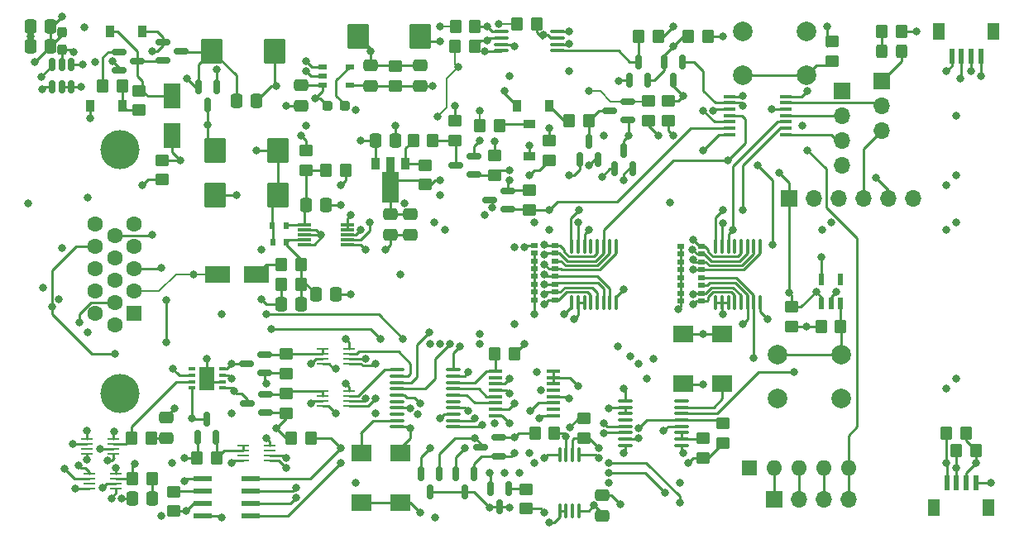
<source format=gbr>
%TF.GenerationSoftware,KiCad,Pcbnew,6.0.2+dfsg-1*%
%TF.CreationDate,2023-01-27T10:21:13-05:00*%
%TF.ProjectId,qwiic-obd,71776969-632d-46f6-9264-2e6b69636164,rev?*%
%TF.SameCoordinates,Original*%
%TF.FileFunction,Copper,L1,Top*%
%TF.FilePolarity,Positive*%
%FSLAX46Y46*%
G04 Gerber Fmt 4.6, Leading zero omitted, Abs format (unit mm)*
G04 Created by KiCad (PCBNEW 6.0.2+dfsg-1) date 2023-01-27 10:21:13*
%MOMM*%
%LPD*%
G01*
G04 APERTURE LIST*
G04 Aperture macros list*
%AMRoundRect*
0 Rectangle with rounded corners*
0 $1 Rounding radius*
0 $2 $3 $4 $5 $6 $7 $8 $9 X,Y pos of 4 corners*
0 Add a 4 corners polygon primitive as box body*
4,1,4,$2,$3,$4,$5,$6,$7,$8,$9,$2,$3,0*
0 Add four circle primitives for the rounded corners*
1,1,$1+$1,$2,$3*
1,1,$1+$1,$4,$5*
1,1,$1+$1,$6,$7*
1,1,$1+$1,$8,$9*
0 Add four rect primitives between the rounded corners*
20,1,$1+$1,$2,$3,$4,$5,0*
20,1,$1+$1,$4,$5,$6,$7,0*
20,1,$1+$1,$6,$7,$8,$9,0*
20,1,$1+$1,$8,$9,$2,$3,0*%
%AMFreePoly0*
4,1,9,3.862500,-0.866500,0.737500,-0.866500,0.737500,-0.450000,-0.737500,-0.450000,-0.737500,0.450000,0.737500,0.450000,0.737500,0.866500,3.862500,0.866500,3.862500,-0.866500,3.862500,-0.866500,$1*%
G04 Aperture macros list end*
%TA.AperFunction,SMDPad,CuDef*%
%ADD10R,0.609600X1.549400*%
%TD*%
%TA.AperFunction,SMDPad,CuDef*%
%ADD11R,1.193800X1.803400*%
%TD*%
%TA.AperFunction,SMDPad,CuDef*%
%ADD12RoundRect,0.250000X-0.350000X-0.450000X0.350000X-0.450000X0.350000X0.450000X-0.350000X0.450000X0*%
%TD*%
%TA.AperFunction,SMDPad,CuDef*%
%ADD13R,0.635000X0.558800*%
%TD*%
%TA.AperFunction,SMDPad,CuDef*%
%ADD14R,0.900000X1.200000*%
%TD*%
%TA.AperFunction,SMDPad,CuDef*%
%ADD15RoundRect,0.250000X-0.450000X0.350000X-0.450000X-0.350000X0.450000X-0.350000X0.450000X0.350000X0*%
%TD*%
%TA.AperFunction,SMDPad,CuDef*%
%ADD16R,1.168400X0.254000*%
%TD*%
%TA.AperFunction,SMDPad,CuDef*%
%ADD17RoundRect,0.150000X-0.150000X0.587500X-0.150000X-0.587500X0.150000X-0.587500X0.150000X0.587500X0*%
%TD*%
%TA.AperFunction,SMDPad,CuDef*%
%ADD18RoundRect,0.250000X-0.475000X0.337500X-0.475000X-0.337500X0.475000X-0.337500X0.475000X0.337500X0*%
%TD*%
%TA.AperFunction,SMDPad,CuDef*%
%ADD19RoundRect,0.250000X0.475000X-0.337500X0.475000X0.337500X-0.475000X0.337500X-0.475000X-0.337500X0*%
%TD*%
%TA.AperFunction,SMDPad,CuDef*%
%ADD20RoundRect,0.250000X0.350000X0.450000X-0.350000X0.450000X-0.350000X-0.450000X0.350000X-0.450000X0*%
%TD*%
%TA.AperFunction,SMDPad,CuDef*%
%ADD21RoundRect,0.250000X0.450000X-0.350000X0.450000X0.350000X-0.450000X0.350000X-0.450000X-0.350000X0*%
%TD*%
%TA.AperFunction,SMDPad,CuDef*%
%ADD22RoundRect,0.250000X0.337500X0.475000X-0.337500X0.475000X-0.337500X-0.475000X0.337500X-0.475000X0*%
%TD*%
%TA.AperFunction,SMDPad,CuDef*%
%ADD23R,1.981200X0.508000*%
%TD*%
%TA.AperFunction,ComponentPad*%
%ADD24R,1.700000X1.700000*%
%TD*%
%TA.AperFunction,ComponentPad*%
%ADD25O,1.700000X1.700000*%
%TD*%
%TA.AperFunction,SMDPad,CuDef*%
%ADD26RoundRect,0.250000X-0.337500X-0.475000X0.337500X-0.475000X0.337500X0.475000X-0.337500X0.475000X0*%
%TD*%
%TA.AperFunction,SMDPad,CuDef*%
%ADD27R,2.500000X1.800000*%
%TD*%
%TA.AperFunction,SMDPad,CuDef*%
%ADD28RoundRect,0.150000X0.587500X0.150000X-0.587500X0.150000X-0.587500X-0.150000X0.587500X-0.150000X0*%
%TD*%
%TA.AperFunction,SMDPad,CuDef*%
%ADD29RoundRect,0.100000X0.100000X-0.637500X0.100000X0.637500X-0.100000X0.637500X-0.100000X-0.637500X0*%
%TD*%
%TA.AperFunction,SMDPad,CuDef*%
%ADD30RoundRect,0.150000X-0.587500X-0.150000X0.587500X-0.150000X0.587500X0.150000X-0.587500X0.150000X0*%
%TD*%
%TA.AperFunction,SMDPad,CuDef*%
%ADD31R,0.600000X0.700000*%
%TD*%
%TA.AperFunction,SMDPad,CuDef*%
%ADD32RoundRect,0.150000X0.150000X-0.512500X0.150000X0.512500X-0.150000X0.512500X-0.150000X-0.512500X0*%
%TD*%
%TA.AperFunction,SMDPad,CuDef*%
%ADD33R,1.800000X2.500000*%
%TD*%
%TA.AperFunction,SMDPad,CuDef*%
%ADD34R,1.409700X0.355600*%
%TD*%
%TA.AperFunction,SMDPad,CuDef*%
%ADD35RoundRect,0.250000X0.325000X0.450000X-0.325000X0.450000X-0.325000X-0.450000X0.325000X-0.450000X0*%
%TD*%
%TA.AperFunction,SMDPad,CuDef*%
%ADD36RoundRect,0.150000X0.150000X-0.587500X0.150000X0.587500X-0.150000X0.587500X-0.150000X-0.587500X0*%
%TD*%
%TA.AperFunction,SMDPad,CuDef*%
%ADD37RoundRect,0.100000X0.637500X0.100000X-0.637500X0.100000X-0.637500X-0.100000X0.637500X-0.100000X0*%
%TD*%
%TA.AperFunction,ComponentPad*%
%ADD38C,4.000000*%
%TD*%
%TA.AperFunction,ComponentPad*%
%ADD39R,1.600000X1.600000*%
%TD*%
%TA.AperFunction,ComponentPad*%
%ADD40C,1.600000*%
%TD*%
%TA.AperFunction,SMDPad,CuDef*%
%ADD41R,2.000000X1.800000*%
%TD*%
%TA.AperFunction,ComponentPad*%
%ADD42O,1.600000X1.600000*%
%TD*%
%TA.AperFunction,SMDPad,CuDef*%
%ADD43RoundRect,0.250000X-0.875000X-1.025000X0.875000X-1.025000X0.875000X1.025000X-0.875000X1.025000X0*%
%TD*%
%TA.AperFunction,SMDPad,CuDef*%
%ADD44R,0.508000X1.270000*%
%TD*%
%TA.AperFunction,ComponentPad*%
%ADD45C,2.000000*%
%TD*%
%TA.AperFunction,SMDPad,CuDef*%
%ADD46R,1.200000X0.900000*%
%TD*%
%TA.AperFunction,SMDPad,CuDef*%
%ADD47RoundRect,0.237500X-0.287500X-0.237500X0.287500X-0.237500X0.287500X0.237500X-0.287500X0.237500X0*%
%TD*%
%TA.AperFunction,SMDPad,CuDef*%
%ADD48R,0.900000X1.300000*%
%TD*%
%TA.AperFunction,SMDPad,CuDef*%
%ADD49FreePoly0,270.000000*%
%TD*%
%TA.AperFunction,SMDPad,CuDef*%
%ADD50RoundRect,0.100000X-0.637500X-0.100000X0.637500X-0.100000X0.637500X0.100000X-0.637500X0.100000X0*%
%TD*%
%TA.AperFunction,SMDPad,CuDef*%
%ADD51R,0.914400X0.508000*%
%TD*%
%TA.AperFunction,SMDPad,CuDef*%
%ADD52RoundRect,0.237500X0.237500X-0.287500X0.237500X0.287500X-0.237500X0.287500X-0.237500X-0.287500X0*%
%TD*%
%TA.AperFunction,SMDPad,CuDef*%
%ADD53RoundRect,0.100000X-0.100000X0.637500X-0.100000X-0.637500X0.100000X-0.637500X0.100000X0.637500X0*%
%TD*%
%TA.AperFunction,SMDPad,CuDef*%
%ADD54RoundRect,0.250000X0.875000X1.025000X-0.875000X1.025000X-0.875000X-1.025000X0.875000X-1.025000X0*%
%TD*%
%TA.AperFunction,SMDPad,CuDef*%
%ADD55R,1.308100X0.355600*%
%TD*%
%TA.AperFunction,SMDPad,CuDef*%
%ADD56R,1.400000X0.300000*%
%TD*%
%TA.AperFunction,SMDPad,CuDef*%
%ADD57R,0.650000X0.350000*%
%TD*%
%TA.AperFunction,SMDPad,CuDef*%
%ADD58R,1.550000X2.400000*%
%TD*%
%TA.AperFunction,ViaPad*%
%ADD59C,0.800000*%
%TD*%
%TA.AperFunction,Conductor*%
%ADD60C,0.250000*%
%TD*%
%TA.AperFunction,Conductor*%
%ADD61C,0.200000*%
%TD*%
G04 APERTURE END LIST*
D10*
%TO.P,J103,1,1*%
%TO.N,GND*%
X206229999Y-119903001D03*
%TO.P,J103,2,2*%
%TO.N,+3V3_NOSW*%
X205229998Y-119903001D03*
%TO.P,J103,3,3*%
%TO.N,SDA*%
X204230000Y-119903001D03*
%TO.P,J103,4,4*%
%TO.N,SCL*%
X203229999Y-119903001D03*
D11*
%TO.P,J103,5*%
%TO.N,N/C*%
X207529998Y-122428000D03*
%TO.P,J103,6*%
X201930000Y-122428000D03*
%TD*%
D10*
%TO.P,J101,1,1*%
%TO.N,GND*%
X203737999Y-76215001D03*
%TO.P,J101,2,2*%
%TO.N,+3V3_NOSW*%
X204738000Y-76215001D03*
%TO.P,J101,3,3*%
%TO.N,SDA*%
X205737998Y-76215001D03*
%TO.P,J101,4,4*%
%TO.N,SCL*%
X206737999Y-76215001D03*
D11*
%TO.P,J101,5*%
%TO.N,N/C*%
X202438000Y-73690002D03*
%TO.P,J101,6*%
X208037998Y-73690002D03*
%TD*%
D12*
%TO.P,R610,1*%
%TO.N,Net-(D603-Pad1)*%
X164608000Y-82804000D03*
%TO.P,R610,2*%
%TO.N,Net-(Q606-Pad3)*%
X166608000Y-82804000D03*
%TD*%
D13*
%TO.P,RN401,1,R1.1*%
%TO.N,ISO_K*%
X178117178Y-101288460D03*
%TO.P,RN401,2,R2.1*%
%TO.N,PWR_CTRL*%
X178117178Y-100488460D03*
%TO.P,RN401,3,R3.1*%
%TO.N,SAE_PWM*%
X178117178Y-99688461D03*
%TO.P,RN401,4,R4.1*%
%TO.N,SW_CAN_LOAD*%
X178117178Y-98888460D03*
%TO.P,RN401,5,R5.1*%
%TO.N,SW_CAN_MODE1*%
X178117178Y-98088462D03*
%TO.P,RN401,6,R6.1*%
%TO.N,SW_CAN_MODE0*%
X178117178Y-97288461D03*
%TO.P,RN401,7,R7.1*%
%TO.N,CAN_SEL1*%
X178117178Y-96488460D03*
%TO.P,RN401,8,R8.1*%
%TO.N,CAN_SEL0*%
X178117178Y-95688462D03*
%TO.P,RN401,9,R8.2*%
%TO.N,GND*%
X176034378Y-95688462D03*
%TO.P,RN401,10,R7.2*%
X176034378Y-96488462D03*
%TO.P,RN401,11,R6.2*%
X176034378Y-97288461D03*
%TO.P,RN401,12,R5.2*%
X176034378Y-98088462D03*
%TO.P,RN401,13,R4.2*%
X176034378Y-98888460D03*
%TO.P,RN401,14,R3.2*%
X176034378Y-99688461D03*
%TO.P,RN401,15,R2.2*%
X176034378Y-100488462D03*
%TO.P,RN401,16,R1.2*%
X176034378Y-101288460D03*
%TD*%
D14*
%TO.P,D502,1,K*%
%TO.N,Net-(D501-Pad1)*%
X117604000Y-73660000D03*
%TO.P,D502,2,A*%
%TO.N,Net-(C506-Pad2)*%
X120904000Y-73660000D03*
%TD*%
D15*
%TO.P,R403,1*%
%TO.N,VBAT*%
X137668000Y-85884000D03*
%TO.P,R403,2*%
%TO.N,Net-(C401-Pad1)*%
X137668000Y-87884000D03*
%TD*%
D16*
%TO.P,U205,1,NO0*%
%TO.N,~{MUX_CAN_EN}*%
X131216400Y-116089999D03*
%TO.P,U205,2,NO1*%
X131216400Y-116590000D03*
%TO.P,U205,3,NO2*%
%TO.N,unconnected-(U205-Pad3)*%
X131216400Y-117090000D03*
%TO.P,U205,4,GND*%
%TO.N,GND*%
X131216400Y-117590001D03*
%TO.P,U205,5,IN2*%
%TO.N,CAN_SEL1*%
X133959600Y-117590001D03*
%TO.P,U205,6,IN1*%
%TO.N,CAN_SEL0*%
X133959600Y-117090000D03*
%TO.P,U205,7,COM*%
%TO.N,~{CAN_EN}*%
X133959600Y-116590000D03*
%TO.P,U205,8,V+*%
%TO.N,+3V3*%
X133959600Y-116089999D03*
%TD*%
D17*
%TO.P,Q704,1,B*%
%TO.N,Net-(Q704-Pad1)*%
X158430000Y-120474500D03*
%TO.P,Q704,2,E*%
%TO.N,GND*%
X156530000Y-120474500D03*
%TO.P,Q704,3,C*%
%TO.N,ISO_LINE*%
X157480000Y-122349500D03*
%TD*%
D15*
%TO.P,R611,1*%
%TO.N,+3V3*%
X162560000Y-84852000D03*
%TO.P,R611,2*%
%TO.N,Net-(Q608-Pad1)*%
X162560000Y-86852000D03*
%TD*%
D12*
%TO.P,R801,1*%
%TO.N,~{CAN_CS}*%
X156988000Y-106680000D03*
%TO.P,R801,2*%
%TO.N,+3V3*%
X158988000Y-106680000D03*
%TD*%
D18*
%TO.P,C303,1*%
%TO.N,GND*%
X123317000Y-113241000D03*
%TO.P,C303,2*%
%TO.N,Net-(C303-Pad2)*%
X123317000Y-115316000D03*
%TD*%
D19*
%TO.P,C516,1*%
%TO.N,+5V*%
X149352000Y-79269500D03*
%TO.P,C516,2*%
%TO.N,GND*%
X149352000Y-77194500D03*
%TD*%
D20*
%TO.P,R621,1*%
%TO.N,+3V3_NOSW*%
X198612000Y-73660000D03*
%TO.P,R621,2*%
%TO.N,Net-(D606-Pad2)*%
X196612000Y-73660000D03*
%TD*%
D15*
%TO.P,R407,1*%
%TO.N,+3V3_NOSW*%
X191516000Y-74692000D03*
%TO.P,R407,2*%
%TO.N,~{PIC_BL_ENTRY}*%
X191516000Y-76692000D03*
%TD*%
D21*
%TO.P,R705,1*%
%TO.N,+3V3*%
X180340000Y-115808000D03*
%TO.P,R705,2*%
%TO.N,~{ISO_RX}*%
X180340000Y-113808000D03*
%TD*%
D22*
%TO.P,C403,1*%
%TO.N,Net-(C402-Pad2)*%
X137181500Y-101600000D03*
%TO.P,C403,2*%
%TO.N,GND*%
X135106500Y-101600000D03*
%TD*%
D23*
%TO.P,U301,1,TXD*%
%TO.N,SW_CAN_TX*%
X132003800Y-123317000D03*
%TO.P,U301,2,MODE0*%
%TO.N,SW_CAN_MODE0*%
X132003800Y-122047000D03*
%TO.P,U301,3,MODE1*%
%TO.N,SW_CAN_MODE1*%
X132003800Y-120777000D03*
%TO.P,U301,4,RXD*%
%TO.N,SW_CAN_RX*%
X132003800Y-119507000D03*
%TO.P,U301,5,VBAT*%
%TO.N,VBAT*%
X127076200Y-119507000D03*
%TO.P,U301,6,LOAD*%
%TO.N,Net-(R302-Pad2)*%
X127076200Y-120777000D03*
%TO.P,U301,7,CANH*%
%TO.N,SW_CAN*%
X127076200Y-122047000D03*
%TO.P,U301,8,GND*%
%TO.N,GND*%
X127076200Y-123317000D03*
%TD*%
D18*
%TO.P,C602,1*%
%TO.N,V_J1850*%
X148336000Y-92434500D03*
%TO.P,C602,2*%
%TO.N,GND*%
X148336000Y-94509500D03*
%TD*%
D24*
%TO.P,J401,1,1*%
%TO.N,~{CAN_INT}*%
X185557000Y-121641000D03*
D25*
%TO.P,J401,2,2*%
%TO.N,~{UART_INT}*%
X188097000Y-121641000D03*
%TO.P,J401,3,3*%
%TO.N,~{SPI_INT}*%
X190637000Y-121641000D03*
%TO.P,J401,4,4*%
%TO.N,~{J1850_INT}*%
X193177000Y-121641000D03*
%TD*%
D21*
%TO.P,R203,1*%
%TO.N,+3V3*%
X135636000Y-108696000D03*
%TO.P,R203,2*%
%TO.N,MUX_CAN_RX*%
X135636000Y-106696000D03*
%TD*%
D26*
%TO.P,C502,1*%
%TO.N,+12V_NOSW*%
X130534500Y-80772000D03*
%TO.P,C502,2*%
%TO.N,GND*%
X132609500Y-80772000D03*
%TD*%
D12*
%TO.P,R602,1*%
%TO.N,J1850_BUS+*%
X155448000Y-83312000D03*
%TO.P,R602,2*%
%TO.N,Net-(D602-Pad2)*%
X157448000Y-83312000D03*
%TD*%
D20*
%TO.P,R402,1*%
%TO.N,+3V3_NOSW*%
X206213998Y-116601001D03*
%TO.P,R402,2*%
%TO.N,SDA*%
X204213998Y-116601001D03*
%TD*%
D18*
%TO.P,C701,1*%
%TO.N,GND*%
X167939067Y-121193052D03*
%TO.P,C701,2*%
%TO.N,+3V3*%
X167939067Y-123268052D03*
%TD*%
D22*
%TO.P,C509,1*%
%TO.N,+3V3_NOSW*%
X111527500Y-75184000D03*
%TO.P,C509,2*%
%TO.N,GND*%
X109452500Y-75184000D03*
%TD*%
D26*
%TO.P,C401,1*%
%TO.N,Net-(C401-Pad1)*%
X137646500Y-91440000D03*
%TO.P,C401,2*%
%TO.N,GND*%
X139721500Y-91440000D03*
%TD*%
D12*
%TO.P,R408,1*%
%TO.N,+3V3_NOSW*%
X190373000Y-103886000D03*
%TO.P,R408,2*%
%TO.N,Net-(R408-Pad2)*%
X192373000Y-103886000D03*
%TD*%
D27*
%TO.P,D402,1,K*%
%TO.N,Net-(D402-Pad1)*%
X132556000Y-98552000D03*
%TO.P,D402,2,A*%
%TO.N,J1850_BUS+*%
X128556000Y-98552000D03*
%TD*%
D21*
%TO.P,R710,1*%
%TO.N,+3V3*%
X178308000Y-117332000D03*
%TO.P,R710,2*%
%TO.N,Net-(R710-Pad2)*%
X178308000Y-115332000D03*
%TD*%
D28*
%TO.P,Q701,1,G*%
%TO.N,ISO_K*%
X157360988Y-117180297D03*
%TO.P,Q701,2,S*%
%TO.N,GND*%
X157360988Y-115280297D03*
%TO.P,Q701,3,D*%
%TO.N,ISO_L*%
X155485988Y-116230297D03*
%TD*%
D29*
%TO.P,U403,1,A0*%
%TO.N,+3V3_NOSW*%
X164857000Y-101414500D03*
%TO.P,U403,2,A1*%
%TO.N,GND*%
X165507000Y-101414500D03*
%TO.P,U403,3,A2*%
X166157000Y-101414500D03*
%TO.P,U403,4,P0*%
%TO.N,~{CAN_RX0BF}*%
X166807000Y-101414500D03*
%TO.P,U403,5,P1*%
%TO.N,~{CAN_RX1BF}*%
X167457000Y-101414500D03*
%TO.P,U403,6,P2*%
%TO.N,~{CAN_TX0RTS}*%
X168107000Y-101414500D03*
%TO.P,U403,7,P3*%
%TO.N,~{CAN_TX1RTS}*%
X168757000Y-101414500D03*
%TO.P,U403,8,GND*%
%TO.N,GND*%
X169407000Y-101414500D03*
%TO.P,U403,9,P4*%
%TO.N,~{CAN_TX2RTS}*%
X169407000Y-95689500D03*
%TO.P,U403,10,P5*%
%TO.N,Net-(RN402-Pad6)*%
X168757000Y-95689500D03*
%TO.P,U403,11,P6*%
%TO.N,~{RESET}*%
X168107000Y-95689500D03*
%TO.P,U403,12,P7*%
%TO.N,CAN_SOF*%
X167457000Y-95689500D03*
%TO.P,U403,13,~{INT}*%
%TO.N,unconnected-(U403-Pad13)*%
X166807000Y-95689500D03*
%TO.P,U403,14,SCL*%
%TO.N,SCL*%
X166157000Y-95689500D03*
%TO.P,U403,15,SDA*%
%TO.N,SDA*%
X165507000Y-95689500D03*
%TO.P,U403,16,VDD*%
%TO.N,+3V3_NOSW*%
X164857000Y-95689500D03*
%TD*%
D30*
%TO.P,Q501,1,G*%
%TO.N,Net-(C506-Pad2)*%
X123014500Y-74742000D03*
%TO.P,Q501,2,S*%
%TO.N,Net-(D501-Pad1)*%
X123014500Y-76642000D03*
%TO.P,Q501,3,D*%
%TO.N,+12V_NOSW*%
X124889500Y-75692000D03*
%TD*%
D31*
%TO.P,D403,1,K*%
%TO.N,Net-(C402-Pad2)*%
X135626715Y-95258337D03*
%TO.P,D403,2,A*%
%TO.N,GND*%
X134226715Y-95258337D03*
%TD*%
D21*
%TO.P,R506,1*%
%TO.N,+5V*%
X146812000Y-79232000D03*
%TO.P,R506,2*%
%TO.N,GND*%
X146812000Y-77232000D03*
%TD*%
D14*
%TO.P,D503,1,K*%
%TO.N,Net-(D503-Pad1)*%
X118872000Y-81280000D03*
%TO.P,D503,2,A*%
%TO.N,GND*%
X115572000Y-81280000D03*
%TD*%
D32*
%TO.P,U501,1,FB*%
%TO.N,+3V3_NOSW*%
X111699000Y-79343500D03*
%TO.P,U501,2,EN*%
%TO.N,+12V_NOSW*%
X112649000Y-79343500D03*
%TO.P,U501,3,IN*%
X113599000Y-79343500D03*
%TO.P,U501,4,GND*%
%TO.N,GND*%
X113599000Y-77068500D03*
%TO.P,U501,5,SW*%
%TO.N,Net-(C507-Pad1)*%
X112649000Y-77068500D03*
%TO.P,U501,6,BST*%
%TO.N,Net-(C507-Pad2)*%
X111699000Y-77068500D03*
%TD*%
D12*
%TO.P,R503,1*%
%TO.N,Net-(Q503-Pad1)*%
X116840000Y-79248000D03*
%TO.P,R503,2*%
%TO.N,Net-(D503-Pad1)*%
X118840000Y-79248000D03*
%TD*%
D31*
%TO.P,D401,1,K*%
%TO.N,Net-(C401-Pad1)*%
X135587389Y-93598657D03*
%TO.P,D401,2,A*%
%TO.N,GND*%
X134187389Y-93598657D03*
%TD*%
D33*
%TO.P,D501,1,K*%
%TO.N,Net-(D501-Pad1)*%
X123952000Y-80328000D03*
%TO.P,D501,2,A*%
%TO.N,Net-(C503-Pad2)*%
X123952000Y-84328000D03*
%TD*%
D16*
%TO.P,U203,1,NO0*%
%TO.N,MUX_CAN_RX*%
X139329838Y-106215142D03*
%TO.P,U203,2,NO1*%
X139329838Y-106715143D03*
%TO.P,U203,3,NO2*%
%TO.N,SW_CAN_RX*%
X139329838Y-107215143D03*
%TO.P,U203,4,GND*%
%TO.N,GND*%
X139329838Y-107715144D03*
%TO.P,U203,5,IN2*%
%TO.N,CAN_SEL1*%
X142073038Y-107715144D03*
%TO.P,U203,6,IN1*%
%TO.N,CAN_SEL0*%
X142073038Y-107215143D03*
%TO.P,U203,7,COM*%
%TO.N,CAN_RX*%
X142073038Y-106715143D03*
%TO.P,U203,8,V+*%
%TO.N,+3V3*%
X142073038Y-106215142D03*
%TD*%
D34*
%TO.P,U801,1,\u002ASS0/GPIO0*%
%TO.N,~{CAN_CS}*%
X157067250Y-108469001D03*
%TO.P,U801,2,\u002ASS1/GPIO1*%
%TO.N,unconnected-(U801-Pad2)*%
X157067250Y-109118999D03*
%TO.P,U801,3,\u002ARESET*%
%TO.N,~{RESET}*%
X157067250Y-109769001D03*
%TO.P,U801,4,VSS*%
%TO.N,GND*%
X157067250Y-110418999D03*
%TO.P,U801,5,MISO*%
%TO.N,MISO*%
X157067250Y-111068998D03*
%TO.P,U801,6,MOSI*%
%TO.N,MOSI*%
X157067250Y-111718999D03*
%TO.P,U801,7,SDA*%
%TO.N,SDA*%
X157067250Y-112368998D03*
%TO.P,U801,8,SCL*%
%TO.N,SCL*%
X157067250Y-113018999D03*
%TO.P,U801,9,\u002AINT*%
%TO.N,~{SPI_INT}*%
X162972750Y-113018999D03*
%TO.P,U801,10,\u002ASS2/GPIO2*%
%TO.N,unconnected-(U801-Pad10)*%
X162972750Y-112369001D03*
%TO.P,U801,11,SPICLK*%
%TO.N,SCK*%
X162972750Y-111718999D03*
%TO.P,U801,12,VDD*%
%TO.N,+3V3*%
X162972750Y-111069001D03*
%TO.P,U801,13,\u002ASS3/GPIO3*%
%TO.N,unconnected-(U801-Pad13)*%
X162972750Y-110419002D03*
%TO.P,U801,14,A0*%
%TO.N,GND*%
X162972750Y-109769001D03*
%TO.P,U801,15,A1*%
X162972750Y-109119002D03*
%TO.P,U801,16,A2*%
X162972750Y-108469001D03*
%TD*%
D15*
%TO.P,R501,1*%
%TO.N,Net-(D501-Pad1)*%
X120523000Y-79756000D03*
%TO.P,R501,2*%
%TO.N,Net-(D503-Pad1)*%
X120523000Y-81756000D03*
%TD*%
D35*
%TO.P,D606,1,K*%
%TO.N,~{PIC_BL_LED}*%
X198646000Y-75692000D03*
%TO.P,D606,2,A*%
%TO.N,Net-(D606-Pad2)*%
X196596000Y-75692000D03*
%TD*%
D18*
%TO.P,C603,1*%
%TO.N,V_J1850*%
X146304000Y-92434500D03*
%TO.P,C603,2*%
%TO.N,GND*%
X146304000Y-94509500D03*
%TD*%
D30*
%TO.P,Q503,1,B*%
%TO.N,Net-(Q503-Pad1)*%
X118521000Y-75758000D03*
%TO.P,Q503,2,E*%
%TO.N,Net-(Q503-Pad2)*%
X118521000Y-77658000D03*
%TO.P,Q503,3,C*%
%TO.N,Net-(D501-Pad1)*%
X120396000Y-76708000D03*
%TD*%
D17*
%TO.P,Q502,1,G*%
%TO.N,PWR_CTRL*%
X128524000Y-79314000D03*
%TO.P,Q502,2,S*%
%TO.N,+12V_NOSW*%
X126624000Y-79314000D03*
%TO.P,Q502,3,D*%
%TO.N,+12V*%
X127574000Y-81189000D03*
%TD*%
D36*
%TO.P,Q608,1,G*%
%TO.N,Net-(Q608-Pad1)*%
X165674000Y-86789500D03*
%TO.P,Q608,2,S*%
%TO.N,GND*%
X167574000Y-86789500D03*
%TO.P,Q608,3,D*%
%TO.N,Net-(Q606-Pad3)*%
X166624000Y-84914500D03*
%TD*%
D28*
%TO.P,Q201,1,G*%
%TO.N,+3V3*%
X133525500Y-112710000D03*
%TO.P,Q201,2,S*%
%TO.N,MUX_CAN_TX*%
X133525500Y-110810000D03*
%TO.P,Q201,3,D*%
%TO.N,CAN_TX_5V*%
X131650500Y-111760000D03*
%TD*%
D19*
%TO.P,C513,1*%
%TO.N,GND*%
X137160000Y-81301500D03*
%TO.P,C513,2*%
%TO.N,+3V3*%
X137160000Y-79226500D03*
%TD*%
D28*
%TO.P,Q604,1,G*%
%TO.N,J1850_TX*%
X158339000Y-91882000D03*
%TO.P,Q604,2,S*%
%TO.N,GND*%
X158339000Y-89982000D03*
%TO.P,Q604,3,D*%
%TO.N,Net-(Q601-Pad1)*%
X156464000Y-90932000D03*
%TD*%
D37*
%TO.P,U602,1*%
%TO.N,VPW_RX*%
X163390500Y-75651000D03*
%TO.P,U602,2,-*%
%TO.N,Net-(R614-Pad2)*%
X163390500Y-75001000D03*
%TO.P,U602,3,+*%
%TO.N,Net-(D604-Pad1)*%
X163390500Y-74351000D03*
%TO.P,U602,4,V-*%
%TO.N,GND*%
X163390500Y-73701000D03*
%TO.P,U602,5,+*%
%TO.N,Net-(D605-Pad1)*%
X157665500Y-73701000D03*
%TO.P,U602,6,-*%
%TO.N,Net-(D605-Pad2)*%
X157665500Y-74351000D03*
%TO.P,U602,7*%
%TO.N,PWM_RX*%
X157665500Y-75001000D03*
%TO.P,U602,8,V+*%
%TO.N,+3V3*%
X157665500Y-75651000D03*
%TD*%
D12*
%TO.P,R405,1*%
%TO.N,Net-(D402-Pad1)*%
X135144000Y-97536000D03*
%TO.P,R405,2*%
%TO.N,Net-(C402-Pad2)*%
X137144000Y-97536000D03*
%TD*%
D38*
%TO.P,J102,0*%
%TO.N,GND*%
X118633342Y-110765651D03*
X118633342Y-85765651D03*
D39*
%TO.P,J102,1*%
%TO.N,SW_CAN*%
X120053342Y-102580651D03*
D40*
%TO.P,J102,2*%
%TO.N,J1850_BUS+*%
X120053342Y-100290651D03*
%TO.P,J102,3*%
%TO.N,MS_CAN_HI*%
X120053342Y-98000651D03*
%TO.P,J102,4*%
%TO.N,GND*%
X120053342Y-95710651D03*
%TO.P,J102,5*%
X120053342Y-93420651D03*
%TO.P,J102,6*%
%TO.N,HS_CAN_HI*%
X118073342Y-103725651D03*
%TO.P,J102,7*%
%TO.N,K_LINE*%
X118073342Y-101435651D03*
%TO.P,J102,8*%
%TO.N,unconnected-(J102-Pad8)*%
X118073342Y-99145651D03*
%TO.P,J102,9*%
%TO.N,J1850_BUS-*%
X118073342Y-96855651D03*
%TO.P,J102,10*%
%TO.N,MS_CAN_LO*%
X118073342Y-94565651D03*
%TO.P,J102,11*%
%TO.N,unconnected-(J102-Pad11)*%
X116093342Y-102580651D03*
%TO.P,J102,12*%
%TO.N,unconnected-(J102-Pad12)*%
X116093342Y-100290651D03*
%TO.P,J102,13*%
%TO.N,HS_CAN_LO*%
X116093342Y-98000651D03*
%TO.P,J102,14*%
%TO.N,L_LINE*%
X116093342Y-95710651D03*
%TO.P,J102,15*%
%TO.N,VBAT*%
X116093342Y-93420651D03*
%TD*%
D22*
%TO.P,C304,1*%
%TO.N,Net-(C304-Pad1)*%
X121920000Y-121539000D03*
%TO.P,C304,2*%
%TO.N,GND*%
X119845000Y-121539000D03*
%TD*%
D36*
%TO.P,Q203,1,G*%
%TO.N,+3V3*%
X126558000Y-115237500D03*
%TO.P,Q203,2,S*%
%TO.N,~{MUX_CAN_EN}*%
X128458000Y-115237500D03*
%TO.P,Q203,3,D*%
%TO.N,~{CAN_EN_5V}*%
X127508000Y-113362500D03*
%TD*%
D41*
%TO.P,X701,1,EN*%
%TO.N,+3V3*%
X176276000Y-104648000D03*
%TO.P,X701,2,GND*%
%TO.N,GND*%
X176276000Y-109728000D03*
%TO.P,X701,3,OUT*%
%TO.N,Net-(U702-Pad15)*%
X180276000Y-109728000D03*
%TO.P,X701,4,Vdd*%
%TO.N,+3V3*%
X180276000Y-104648000D03*
%TD*%
D22*
%TO.P,C402,1*%
%TO.N,GND*%
X140737500Y-100584000D03*
%TO.P,C402,2*%
%TO.N,Net-(C402-Pad2)*%
X138662500Y-100584000D03*
%TD*%
D39*
%TO.P,RN403,1,common*%
%TO.N,+3V3_NOSW*%
X183007000Y-118364000D03*
D42*
%TO.P,RN403,2,R1*%
%TO.N,~{CAN_INT}*%
X185547000Y-118364000D03*
%TO.P,RN403,3,R2*%
%TO.N,~{UART_INT}*%
X188087000Y-118364000D03*
%TO.P,RN403,4,R3*%
%TO.N,~{SPI_INT}*%
X190627000Y-118364000D03*
%TO.P,RN403,5,R4*%
%TO.N,~{J1850_INT}*%
X193167000Y-118364000D03*
%TD*%
D28*
%TO.P,Q606,1,G*%
%TO.N,SAE_VPW*%
X170609500Y-82738000D03*
%TO.P,Q606,2,S*%
%TO.N,J1850_BUS-*%
X170609500Y-80838000D03*
%TO.P,Q606,3,D*%
%TO.N,Net-(Q606-Pad3)*%
X168734500Y-81788000D03*
%TD*%
D43*
%TO.P,C501,1*%
%TO.N,+12V_NOSW*%
X128016000Y-75692000D03*
%TO.P,C501,2*%
%TO.N,GND*%
X134416000Y-75692000D03*
%TD*%
D12*
%TO.P,R304,1*%
%TO.N,CAN_HI*%
X119793000Y-115316000D03*
%TO.P,R304,2*%
%TO.N,Net-(C303-Pad2)*%
X121793000Y-115316000D03*
%TD*%
%TO.P,R404,1*%
%TO.N,Net-(C401-Pad1)*%
X139700000Y-87884000D03*
%TO.P,R404,2*%
%TO.N,GND*%
X141700000Y-87884000D03*
%TD*%
D17*
%TO.P,Q603,1,G*%
%TO.N,SAE_PWM*%
X176210000Y-76786500D03*
%TO.P,Q603,2,S*%
%TO.N,J1850_RX*%
X174310000Y-76786500D03*
%TO.P,Q603,3,D*%
%TO.N,PWM_RX*%
X175260000Y-78661500D03*
%TD*%
D16*
%TO.P,U201,1,NO0*%
%TO.N,MUX_CAN_TX*%
X139344400Y-110501999D03*
%TO.P,U201,2,NO1*%
X139344400Y-111002000D03*
%TO.P,U201,3,NO2*%
%TO.N,SW_CAN_TX*%
X139344400Y-111502000D03*
%TO.P,U201,4,GND*%
%TO.N,GND*%
X139344400Y-112002001D03*
%TO.P,U201,5,IN2*%
%TO.N,CAN_SEL1*%
X142087600Y-112002001D03*
%TO.P,U201,6,IN1*%
%TO.N,CAN_SEL0*%
X142087600Y-111502000D03*
%TO.P,U201,7,COM*%
%TO.N,CAN_TX*%
X142087600Y-111002000D03*
%TO.P,U201,8,V+*%
%TO.N,+3V3*%
X142087600Y-110501999D03*
%TD*%
D12*
%TO.P,R205,1*%
%TO.N,+3V3*%
X126508000Y-117348000D03*
%TO.P,R205,2*%
%TO.N,~{MUX_CAN_EN}*%
X128508000Y-117348000D03*
%TD*%
D44*
%TO.P,U404,1,\u002ARESET*%
%TO.N,~{RESET}*%
X190422999Y-101549200D03*
%TO.P,U404,2,GND*%
%TO.N,GND*%
X191373000Y-101549200D03*
%TO.P,U404,3,\u002AMR*%
%TO.N,Net-(R408-Pad2)*%
X192323001Y-101549200D03*
%TO.P,U404,4,WDI*%
%TO.N,unconnected-(U404-Pad4)*%
X192323001Y-99110800D03*
%TO.P,U404,5,VCC*%
%TO.N,+3V3_NOSW*%
X190422999Y-99110800D03*
%TD*%
D15*
%TO.P,F501,1*%
%TO.N,Net-(C503-Pad2)*%
X122936000Y-86868000D03*
%TO.P,F501,2*%
%TO.N,VBAT*%
X122936000Y-88868000D03*
%TD*%
%TO.P,R709,1*%
%TO.N,Net-(Q704-Pad1)*%
X160171152Y-120568417D03*
%TO.P,R709,2*%
%TO.N,~{ISO_TX}*%
X160171152Y-122568417D03*
%TD*%
D45*
%TO.P,SW402,1,1*%
%TO.N,GND*%
X192405000Y-111252000D03*
X185905000Y-111252000D03*
%TO.P,SW402,2,2*%
%TO.N,Net-(R408-Pad2)*%
X192405000Y-106752000D03*
X185905000Y-106752000D03*
%TD*%
D12*
%TO.P,R301,1*%
%TO.N,+3V3*%
X136160000Y-115316000D03*
%TO.P,R301,2*%
%TO.N,SW_CAN_RX*%
X138160000Y-115316000D03*
%TD*%
D22*
%TO.P,C601,1*%
%TO.N,GND*%
X146833500Y-84836000D03*
%TO.P,C601,2*%
%TO.N,+12V*%
X144758500Y-84836000D03*
%TD*%
D36*
%TO.P,Q607,1,G*%
%TO.N,SAE_PWM*%
X169230000Y-87727000D03*
%TO.P,Q607,2,S*%
%TO.N,GND*%
X171130000Y-87727000D03*
%TO.P,Q607,3,D*%
%TO.N,SAE_VPW*%
X170180000Y-85852000D03*
%TD*%
D21*
%TO.P,R603,1*%
%TO.N,V_J1850*%
X149860000Y-89376000D03*
%TO.P,R603,2*%
%TO.N,Net-(R603-Pad2)*%
X149860000Y-87376000D03*
%TD*%
D12*
%TO.P,R620,1*%
%TO.N,J1850_BUS-*%
X152908000Y-75184000D03*
%TO.P,R620,2*%
%TO.N,Net-(D605-Pad2)*%
X154908000Y-75184000D03*
%TD*%
D43*
%TO.P,C504,1*%
%TO.N,+12V*%
X128372000Y-85852000D03*
%TO.P,C504,2*%
%TO.N,GND*%
X134772000Y-85852000D03*
%TD*%
%TO.P,C510,1*%
%TO.N,+3V3*%
X128372000Y-90424000D03*
%TO.P,C510,2*%
%TO.N,GND*%
X134772000Y-90424000D03*
%TD*%
D46*
%TO.P,D602,1,K*%
%TO.N,GND*%
X160528000Y-86486000D03*
%TO.P,D602,2,A*%
%TO.N,Net-(D602-Pad2)*%
X160528000Y-83186000D03*
%TD*%
D17*
%TO.P,Q702,1,G*%
%TO.N,ISO_K*%
X154874000Y-118950500D03*
%TO.P,Q702,2,S*%
%TO.N,K_LINE*%
X152974000Y-118950500D03*
%TO.P,Q702,3,D*%
%TO.N,ISO_LINE*%
X153924000Y-120825500D03*
%TD*%
D18*
%TO.P,C514,1*%
%TO.N,GND*%
X144272000Y-77194500D03*
%TO.P,C514,2*%
%TO.N,+5V*%
X144272000Y-79269500D03*
%TD*%
D21*
%TO.P,R607,1*%
%TO.N,Net-(Q605-Pad3)*%
X152908000Y-84836000D03*
%TO.P,R607,2*%
%TO.N,GND*%
X152908000Y-82836000D03*
%TD*%
D20*
%TO.P,R708,1*%
%TO.N,Net-(R704-Pad2)*%
X163068000Y-114808000D03*
%TO.P,R708,2*%
%TO.N,GND*%
X161068000Y-114808000D03*
%TD*%
D16*
%TO.P,U204,1,NO0*%
%TO.N,HS_CAN_LO*%
X115468400Y-119010999D03*
%TO.P,U204,2,NO1*%
%TO.N,MS_CAN_LO*%
X115468400Y-119511000D03*
%TO.P,U204,3,NO2*%
%TO.N,unconnected-(U204-Pad3)*%
X115468400Y-120011000D03*
%TO.P,U204,4,GND*%
%TO.N,GND*%
X115468400Y-120511001D03*
%TO.P,U204,5,IN2*%
%TO.N,CAN_SEL1*%
X118211600Y-120511001D03*
%TO.P,U204,6,IN1*%
%TO.N,CAN_SEL0*%
X118211600Y-120011000D03*
%TO.P,U204,7,COM*%
%TO.N,CAN_LO*%
X118211600Y-119511000D03*
%TO.P,U204,8,V+*%
%TO.N,+5V*%
X118211600Y-119010999D03*
%TD*%
D21*
%TO.P,R302,1*%
%TO.N,SW_CAN*%
X124079000Y-122809000D03*
%TO.P,R302,2*%
%TO.N,Net-(R302-Pad2)*%
X124079000Y-120809000D03*
%TD*%
D20*
%TO.P,R406,1*%
%TO.N,Net-(C402-Pad2)*%
X137144000Y-99568000D03*
%TO.P,R406,2*%
%TO.N,GND*%
X135144000Y-99568000D03*
%TD*%
D47*
%TO.P,L502,1,1*%
%TO.N,+3V3*%
X139841000Y-81280000D03*
%TO.P,L502,2,2*%
%TO.N,Net-(L502-Pad2)*%
X141591000Y-81280000D03*
%TD*%
D16*
%TO.P,U202,1,NO0*%
%TO.N,HS_CAN_HI*%
X115214400Y-115454999D03*
%TO.P,U202,2,NO1*%
%TO.N,MS_CAN_HI*%
X115214400Y-115955000D03*
%TO.P,U202,3,NO2*%
%TO.N,unconnected-(U202-Pad3)*%
X115214400Y-116455000D03*
%TO.P,U202,4,GND*%
%TO.N,GND*%
X115214400Y-116955001D03*
%TO.P,U202,5,IN2*%
%TO.N,CAN_SEL1*%
X117957600Y-116955001D03*
%TO.P,U202,6,IN1*%
%TO.N,CAN_SEL0*%
X117957600Y-116455000D03*
%TO.P,U202,7,COM*%
%TO.N,CAN_HI*%
X117957600Y-115955000D03*
%TO.P,U202,8,V+*%
%TO.N,+5V*%
X117957600Y-115454999D03*
%TD*%
D15*
%TO.P,R605,1*%
%TO.N,+3V3*%
X156972000Y-86376000D03*
%TO.P,R605,2*%
%TO.N,SAE_PWM*%
X156972000Y-88376000D03*
%TD*%
D17*
%TO.P,Q703,1,G*%
%TO.N,ISO_L*%
X151318000Y-118950500D03*
%TO.P,Q703,2,S*%
%TO.N,L_LINE*%
X149418000Y-118950500D03*
%TO.P,Q703,3,D*%
%TO.N,ISO_LINE*%
X150368000Y-120825500D03*
%TD*%
D48*
%TO.P,U601,1,ADJ*%
%TO.N,Net-(R603-Pad2)*%
X147804000Y-87250000D03*
D49*
%TO.P,U601,2,VO*%
%TO.N,V_J1850*%
X146304000Y-87337500D03*
D48*
%TO.P,U601,3,VI*%
%TO.N,+12V*%
X144804000Y-87250000D03*
%TD*%
D50*
%TO.P,U802,1,TXCAN*%
%TO.N,CAN_TX*%
X146997500Y-108327000D03*
%TO.P,U802,2,RXCAN*%
%TO.N,CAN_RX*%
X146997500Y-108977000D03*
%TO.P,U802,3,CLKOUT/SOF*%
%TO.N,CAN_SOF*%
X146997500Y-109627000D03*
%TO.P,U802,4,~{TX0RTS}*%
%TO.N,~{CAN_TX0RTS}*%
X146997500Y-110277000D03*
%TO.P,U802,5,~{TX1RTS}*%
%TO.N,~{CAN_TX1RTS}*%
X146997500Y-110927000D03*
%TO.P,U802,6,NC*%
%TO.N,unconnected-(U802-Pad6)*%
X146997500Y-111577000D03*
%TO.P,U802,7,~{TX2RTS}*%
%TO.N,~{CAN_TX2RTS}*%
X146997500Y-112227000D03*
%TO.P,U802,8,OSC2*%
%TO.N,unconnected-(U802-Pad8)*%
X146997500Y-112877000D03*
%TO.P,U802,9,OSC1*%
%TO.N,Net-(U802-Pad9)*%
X146997500Y-113527000D03*
%TO.P,U802,10,VSS*%
%TO.N,GND*%
X146997500Y-114177000D03*
%TO.P,U802,11,~{RX1BF}*%
%TO.N,~{CAN_RX1BF}*%
X152722500Y-114177000D03*
%TO.P,U802,12,~{RX0BF}*%
%TO.N,~{CAN_RX0BF}*%
X152722500Y-113527000D03*
%TO.P,U802,13,~{INT}*%
%TO.N,~{CAN_INT}*%
X152722500Y-112877000D03*
%TO.P,U802,14,SCK*%
%TO.N,SCK*%
X152722500Y-112227000D03*
%TO.P,U802,15,NC*%
%TO.N,unconnected-(U802-Pad15)*%
X152722500Y-111577000D03*
%TO.P,U802,16,SI*%
%TO.N,MOSI*%
X152722500Y-110927000D03*
%TO.P,U802,17,SO*%
%TO.N,MISO*%
X152722500Y-110277000D03*
%TO.P,U802,18,~{CS}*%
%TO.N,~{CAN_CS}*%
X152722500Y-109627000D03*
%TO.P,U802,19,~{RESET}*%
%TO.N,~{RESET}*%
X152722500Y-108977000D03*
%TO.P,U802,20,VDD*%
%TO.N,+3V3*%
X152722500Y-108327000D03*
%TD*%
D15*
%TO.P,R618,1*%
%TO.N,PWM_RX*%
X174752000Y-80788000D03*
%TO.P,R618,2*%
%TO.N,+3V3*%
X174752000Y-82788000D03*
%TD*%
D20*
%TO.P,R613,1*%
%TO.N,+3V3*%
X173720000Y-74168000D03*
%TO.P,R613,2*%
%TO.N,VPW_RX*%
X171720000Y-74168000D03*
%TD*%
D21*
%TO.P,R409,1*%
%TO.N,+3V3_NOSW*%
X187309000Y-103886000D03*
%TO.P,R409,2*%
%TO.N,~{RESET}*%
X187309000Y-101886000D03*
%TD*%
D14*
%TO.P,D603,1,K*%
%TO.N,Net-(D603-Pad1)*%
X162560000Y-81280000D03*
%TO.P,D603,2,A*%
%TO.N,+5V*%
X159260000Y-81280000D03*
%TD*%
D12*
%TO.P,R604,1*%
%TO.N,Net-(R603-Pad2)*%
X148637508Y-84821826D03*
%TO.P,R604,2*%
%TO.N,Net-(Q605-Pad3)*%
X150637508Y-84821826D03*
%TD*%
D51*
%TO.P,U502,1,CE*%
%TO.N,PWR_CTRL*%
X139319000Y-77282040D03*
%TO.P,U502,2,GND*%
%TO.N,GND*%
X139319000Y-78232000D03*
%TO.P,U502,3,BAT*%
%TO.N,+3V3*%
X139319000Y-79181960D03*
%TO.P,U502,4,VOUT*%
%TO.N,+5V*%
X142113000Y-79181960D03*
%TO.P,U502,5,LX*%
%TO.N,Net-(L502-Pad2)*%
X142113000Y-77282040D03*
%TD*%
D52*
%TO.P,L501,1,1*%
%TO.N,Net-(C507-Pad1)*%
X112715000Y-75519500D03*
%TO.P,L501,2,2*%
%TO.N,+3V3_NOSW*%
X112715000Y-73769500D03*
%TD*%
D21*
%TO.P,R201,1*%
%TO.N,+3V3*%
X135636000Y-112760000D03*
%TO.P,R201,2*%
%TO.N,MUX_CAN_TX*%
X135636000Y-110760000D03*
%TD*%
D24*
%TO.P,J601,1,PGM*%
%TO.N,~{RESET}*%
X187071000Y-90805000D03*
D25*
%TO.P,J601,2,PGC*%
%TO.N,+3V3_NOSW*%
X189611000Y-90805000D03*
%TO.P,J601,3,PGD*%
%TO.N,GND*%
X192151000Y-90805000D03*
%TO.P,J601,4,GND*%
%TO.N,ICSPDAT*%
X194691000Y-90805000D03*
%TO.P,J601,5,VCC*%
%TO.N,ICSPCLK*%
X197231000Y-90805000D03*
%TO.P,J601,6,VPP*%
%TO.N,unconnected-(J601-Pad6)*%
X199771000Y-90805000D03*
%TD*%
D12*
%TO.P,R305,1*%
%TO.N,CAN_LO*%
X119904000Y-119507000D03*
%TO.P,R305,2*%
%TO.N,Net-(C304-Pad1)*%
X121904000Y-119507000D03*
%TD*%
D21*
%TO.P,R606,1*%
%TO.N,J1850_TX*%
X160528000Y-91948000D03*
%TO.P,R606,2*%
%TO.N,GND*%
X160528000Y-89948000D03*
%TD*%
D53*
%TO.P,U701,1*%
%TO.N,~{ISO_RX}*%
X165567000Y-117025500D03*
%TO.P,U701,2,-*%
%TO.N,Net-(D701-Pad1)*%
X164917000Y-117025500D03*
%TO.P,U701,3,+*%
%TO.N,Net-(R704-Pad2)*%
X164267000Y-117025500D03*
%TO.P,U701,4,V-*%
%TO.N,GND*%
X163617000Y-117025500D03*
%TO.P,U701,5,+*%
X163617000Y-122750500D03*
%TO.P,U701,6,-*%
X164267000Y-122750500D03*
%TO.P,U701,7*%
%TO.N,unconnected-(U701-Pad7)*%
X164917000Y-122750500D03*
%TO.P,U701,8,V+*%
%TO.N,+3V3*%
X165567000Y-122750500D03*
%TD*%
D20*
%TO.P,R619,1*%
%TO.N,Net-(D605-Pad1)*%
X154940000Y-73152000D03*
%TO.P,R619,2*%
%TO.N,J1850_BUS+*%
X152940000Y-73152000D03*
%TD*%
D54*
%TO.P,C515,1*%
%TO.N,+5V*%
X149352000Y-74168000D03*
%TO.P,C515,2*%
%TO.N,GND*%
X142952000Y-74168000D03*
%TD*%
D24*
%TO.P,JP601,1,A*%
%TO.N,~{PIC_BL_LED}*%
X196596000Y-78740000D03*
D25*
%TO.P,JP601,2,C*%
%TO.N,PA0*%
X196596000Y-81280000D03*
%TO.P,JP601,3,B*%
%TO.N,ICSPDAT*%
X196596000Y-83820000D03*
%TD*%
D41*
%TO.P,X801,1,EN*%
%TO.N,+3V3*%
X147288000Y-121920000D03*
%TO.P,X801,2,GND*%
%TO.N,GND*%
X147288000Y-116840000D03*
%TO.P,X801,3,OUT*%
%TO.N,Net-(U802-Pad9)*%
X143288000Y-116840000D03*
%TO.P,X801,4,Vdd*%
%TO.N,+3V3*%
X143288000Y-121920000D03*
%TD*%
D29*
%TO.P,U401,1,A0*%
%TO.N,GND*%
X179589000Y-101414500D03*
%TO.P,U401,2,A1*%
X180239000Y-101414500D03*
%TO.P,U401,3,A2*%
X180889000Y-101414500D03*
%TO.P,U401,4,P0*%
%TO.N,ISO_K*%
X181539000Y-101414500D03*
%TO.P,U401,5,P1*%
%TO.N,PWR_CTRL*%
X182189000Y-101414500D03*
%TO.P,U401,6,P2*%
%TO.N,SAE_PWM*%
X182839000Y-101414500D03*
%TO.P,U401,7,P3*%
%TO.N,SW_CAN_LOAD*%
X183489000Y-101414500D03*
%TO.P,U401,8,GND*%
%TO.N,GND*%
X184139000Y-101414500D03*
%TO.P,U401,9,P4*%
%TO.N,SW_CAN_MODE1*%
X184139000Y-95689500D03*
%TO.P,U401,10,P5*%
%TO.N,SW_CAN_MODE0*%
X183489000Y-95689500D03*
%TO.P,U401,11,P6*%
%TO.N,CAN_SEL1*%
X182839000Y-95689500D03*
%TO.P,U401,12,P7*%
%TO.N,CAN_SEL0*%
X182189000Y-95689500D03*
%TO.P,U401,13,~{INT}*%
%TO.N,unconnected-(U401-Pad13)*%
X181539000Y-95689500D03*
%TO.P,U401,14,SCL*%
%TO.N,SCL*%
X180889000Y-95689500D03*
%TO.P,U401,15,SDA*%
%TO.N,SDA*%
X180239000Y-95689500D03*
%TO.P,U401,16,VDD*%
%TO.N,+3V3_NOSW*%
X179589000Y-95689500D03*
%TD*%
D13*
%TO.P,RN402,1,R1.1*%
%TO.N,~{CAN_RX0BF}*%
X163133405Y-101185950D03*
%TO.P,RN402,2,R2.1*%
%TO.N,~{CAN_RX1BF}*%
X163133405Y-100385950D03*
%TO.P,RN402,3,R3.1*%
%TO.N,~{CAN_TX0RTS}*%
X163133405Y-99585951D03*
%TO.P,RN402,4,R4.1*%
%TO.N,~{CAN_TX1RTS}*%
X163133405Y-98785950D03*
%TO.P,RN402,5,R5.1*%
%TO.N,~{CAN_TX2RTS}*%
X163133405Y-97985952D03*
%TO.P,RN402,6,R6.1*%
%TO.N,Net-(RN402-Pad6)*%
X163133405Y-97185951D03*
%TO.P,RN402,7,R7.1*%
%TO.N,~{RESET}*%
X163133405Y-96385950D03*
%TO.P,RN402,8,R8.1*%
%TO.N,CAN_SOF*%
X163133405Y-95585952D03*
%TO.P,RN402,9,R8.2*%
%TO.N,GND*%
X161050605Y-95585952D03*
%TO.P,RN402,10,R7.2*%
%TO.N,+3V3_NOSW*%
X161050605Y-96385952D03*
%TO.P,RN402,11,R6.2*%
X161050605Y-97185951D03*
%TO.P,RN402,12,R5.2*%
X161050605Y-97985952D03*
%TO.P,RN402,13,R4.2*%
X161050605Y-98785950D03*
%TO.P,RN402,14,R3.2*%
X161050605Y-99585951D03*
%TO.P,RN402,15,R2.2*%
X161050605Y-100385952D03*
%TO.P,RN402,16,R1.2*%
X161050605Y-101185950D03*
%TD*%
D50*
%TO.P,U702,1,VDD*%
%TO.N,+3V3*%
X170365500Y-111517000D03*
%TO.P,U702,2,A0/~{CS}*%
%TO.N,GND*%
X170365500Y-112167000D03*
%TO.P,U702,3,A1/SI*%
X170365500Y-112817000D03*
%TO.P,U702,4,SO*%
%TO.N,unconnected-(U702-Pad4)*%
X170365500Y-113467000D03*
%TO.P,U702,5,SCL/SCLK*%
%TO.N,SCL*%
X170365500Y-114117000D03*
%TO.P,U702,6,SDA*%
%TO.N,SDA*%
X170365500Y-114767000D03*
%TO.P,U702,7,~{IRQ}*%
%TO.N,~{UART_INT}*%
X170365500Y-115417000D03*
%TO.P,U702,8,I2C/~{SPI}*%
%TO.N,+3V3*%
X170365500Y-116067000D03*
%TO.P,U702,9,VSS*%
%TO.N,GND*%
X176090500Y-116067000D03*
%TO.P,U702,10,~{RTS}*%
%TO.N,Net-(R710-Pad2)*%
X176090500Y-115417000D03*
%TO.P,U702,11,~{CTS}*%
X176090500Y-114767000D03*
%TO.P,U702,12,TX*%
%TO.N,~{ISO_TX}*%
X176090500Y-114117000D03*
%TO.P,U702,13,RX*%
%TO.N,~{ISO_RX}*%
X176090500Y-113467000D03*
%TO.P,U702,14,~{RESET}*%
%TO.N,~{RESET}*%
X176090500Y-112817000D03*
%TO.P,U702,15,XTAL1*%
%TO.N,Net-(U702-Pad15)*%
X176090500Y-112167000D03*
%TO.P,U702,16,XTAL2*%
%TO.N,unconnected-(U702-Pad16)*%
X176090500Y-111517000D03*
%TD*%
D55*
%TO.P,U603,1,VDD*%
%TO.N,+3V3_NOSW*%
X180994050Y-80345999D03*
%TO.P,U603,2,RA5*%
%TO.N,SAE_PWM*%
X180994050Y-80996000D03*
%TO.P,U603,3,RA4*%
%TO.N,~{PIC_BL_ENTRY}*%
X180994050Y-81646001D03*
%TO.P,U603,4,\u002AMCLR/VPP/RA3*%
%TO.N,~{RESET}*%
X180994050Y-82296000D03*
%TO.P,U603,5,RC5*%
%TO.N,J1850_RX*%
X180994050Y-82945999D03*
%TO.P,U603,6,RC4*%
%TO.N,J1850_TX*%
X180994050Y-83596000D03*
%TO.P,U603,7,RC3*%
%TO.N,~{J1850_INT}*%
X180994050Y-84245999D03*
%TO.P,U603,8,RC2*%
%TO.N,PIC_TX*%
X186797950Y-84246001D03*
%TO.P,U603,9,RC1*%
%TO.N,SDA*%
X186797950Y-83596000D03*
%TO.P,U603,10,RC0*%
%TO.N,SCL*%
X186797950Y-82946001D03*
%TO.P,U603,11,RA2*%
%TO.N,PIC_RX*%
X186797950Y-82296000D03*
%TO.P,U603,12,RA1/ICSPCLK*%
%TO.N,ICSPCLK*%
X186797950Y-81646001D03*
%TO.P,U603,13,RA0/ICSPDAT*%
%TO.N,PA0*%
X186797950Y-80996000D03*
%TO.P,U603,14,VSS*%
%TO.N,GND*%
X186797950Y-80346001D03*
%TD*%
D20*
%TO.P,R401,1*%
%TO.N,+3V3_NOSW*%
X205197998Y-114823001D03*
%TO.P,R401,2*%
%TO.N,SCL*%
X203197998Y-114823001D03*
%TD*%
D45*
%TO.P,SW401,1,1*%
%TO.N,GND*%
X182372000Y-73660000D03*
X188872000Y-73660000D03*
%TO.P,SW401,2,2*%
%TO.N,~{PIC_BL_ENTRY}*%
X188872000Y-78160000D03*
X182372000Y-78160000D03*
%TD*%
D22*
%TO.P,C508,1*%
%TO.N,+3V3_NOSW*%
X111527500Y-73152000D03*
%TO.P,C508,2*%
%TO.N,GND*%
X109452500Y-73152000D03*
%TD*%
D12*
%TO.P,R608,1*%
%TO.N,J1850_RX*%
X176800000Y-74168000D03*
%TO.P,R608,2*%
%TO.N,GND*%
X178800000Y-74168000D03*
%TD*%
D15*
%TO.P,R612,1*%
%TO.N,J1850_BUS-*%
X172720000Y-80788000D03*
%TO.P,R612,2*%
%TO.N,GND*%
X172720000Y-82788000D03*
%TD*%
D56*
%TO.P,U402,1,CH1+*%
%TO.N,Net-(C401-Pad1)*%
X137500000Y-93488000D03*
%TO.P,U402,2,CH1-*%
%TO.N,GND*%
X137500000Y-93988000D03*
%TO.P,U402,3,Vss*%
X137500000Y-94488000D03*
%TO.P,U402,4,CH2+*%
%TO.N,Net-(C402-Pad2)*%
X137500000Y-94988000D03*
%TO.P,U402,5,CH2-*%
%TO.N,GND*%
X137500000Y-95488000D03*
%TO.P,U402,6,Vdd*%
%TO.N,+3V3*%
X141900000Y-95488000D03*
%TO.P,U402,7,SDA*%
%TO.N,SDA*%
X141900000Y-94988000D03*
%TO.P,U402,8,SCL*%
%TO.N,SCL*%
X141900000Y-94488000D03*
%TO.P,U402,9,A0*%
%TO.N,GND*%
X141900000Y-93988000D03*
%TO.P,U402,10,A1*%
X141900000Y-93488000D03*
%TD*%
D28*
%TO.P,Q202,1,G*%
%TO.N,+3V3*%
X133447000Y-108646000D03*
%TO.P,Q202,2,S*%
%TO.N,MUX_CAN_RX*%
X133447000Y-106746000D03*
%TO.P,Q202,3,D*%
%TO.N,CAN_RX_5V*%
X131572000Y-107696000D03*
%TD*%
D36*
%TO.P,Q602,1,G*%
%TO.N,SAE_VPW*%
X170754000Y-78661500D03*
%TO.P,Q602,2,S*%
%TO.N,J1850_RX*%
X172654000Y-78661500D03*
%TO.P,Q602,3,D*%
%TO.N,VPW_RX*%
X171704000Y-76786500D03*
%TD*%
D57*
%TO.P,U302,1,TXD*%
%TO.N,CAN_TX_5V*%
X129058000Y-110195000D03*
%TO.P,U302,2,VSS*%
%TO.N,GND*%
X129058000Y-109545000D03*
%TO.P,U302,3,VDD*%
%TO.N,+5V*%
X129058000Y-108895000D03*
%TO.P,U302,4,RXD*%
%TO.N,CAN_RX_5V*%
X129058000Y-108245000D03*
%TO.P,U302,5,NC*%
%TO.N,unconnected-(U302-Pad5)*%
X125958000Y-108245000D03*
%TO.P,U302,6,CANL*%
%TO.N,CAN_LO*%
X125958000Y-108895000D03*
%TO.P,U302,7,CANH*%
%TO.N,CAN_HI*%
X125958000Y-109545000D03*
%TO.P,U302,8,S*%
%TO.N,~{CAN_EN_5V}*%
X125958000Y-110195000D03*
D58*
%TO.P,U302,9,VSS*%
%TO.N,GND*%
X127508000Y-109220000D03*
%TD*%
D20*
%TO.P,R615,1*%
%TO.N,Net-(D604-Pad1)*%
X161274000Y-72898000D03*
%TO.P,R615,2*%
%TO.N,J1850_BUS+*%
X159274000Y-72898000D03*
%TD*%
D24*
%TO.P,J602,1,Pin_1*%
%TO.N,+3V3_NOSW*%
X192532000Y-79756000D03*
D25*
%TO.P,J602,2,Pin_2*%
%TO.N,PIC_RX*%
X192532000Y-82296000D03*
%TO.P,J602,3,Pin_3*%
%TO.N,PIC_TX*%
X192532000Y-84836000D03*
%TO.P,J602,4,Pin_4*%
%TO.N,GND*%
X192532000Y-87376000D03*
%TD*%
D28*
%TO.P,Q605,1,G*%
%TO.N,SAE_PWM*%
X154861500Y-88326000D03*
%TO.P,Q605,2,S*%
%TO.N,GND*%
X154861500Y-86426000D03*
%TO.P,Q605,3,D*%
%TO.N,Net-(Q605-Pad3)*%
X152986500Y-87376000D03*
%TD*%
D21*
%TO.P,R707,1*%
%TO.N,Net-(D701-Pad1)*%
X166116000Y-115300000D03*
%TO.P,R707,2*%
%TO.N,ISO_LINE*%
X166116000Y-113300000D03*
%TD*%
D59*
%TO.N,GND*%
X164592000Y-73660000D03*
X203197998Y-77739001D03*
X115572000Y-82548000D03*
X142240000Y-100584000D03*
X114046000Y-120523000D03*
X191881000Y-100330000D03*
X170180000Y-88900000D03*
X137668000Y-77724000D03*
X141224000Y-91440000D03*
X184912000Y-103124000D03*
X158496000Y-88900000D03*
X114808000Y-77089000D03*
X109452500Y-74189500D03*
X115214400Y-117576600D03*
X134620000Y-79248000D03*
X188976000Y-79756000D03*
X178308000Y-109855000D03*
X142240000Y-92456000D03*
X170180000Y-100076000D03*
X165100000Y-103124000D03*
X162560000Y-123952000D03*
X141224000Y-89408000D03*
X135636000Y-81280000D03*
X169799000Y-122132201D03*
X176276000Y-116840000D03*
X158496000Y-110744000D03*
X118745000Y-121539000D03*
X152908000Y-81280000D03*
X140716000Y-112776000D03*
X140716000Y-108204000D03*
X133096000Y-101092000D03*
X122794843Y-123319728D03*
X168656000Y-112268000D03*
X180340000Y-74168000D03*
X158968297Y-115280297D03*
X148336000Y-114300000D03*
X166624000Y-87376000D03*
X139192000Y-94488000D03*
X132588000Y-85852000D03*
X146812000Y-83312000D03*
X173736000Y-84328000D03*
X180340000Y-102616000D03*
X124206000Y-112268000D03*
X127518750Y-107198750D03*
X162052000Y-117348000D03*
X145796000Y-96012000D03*
X129032000Y-123444000D03*
X175768000Y-102108000D03*
X207769998Y-119903001D03*
X130048000Y-117856000D03*
X160020000Y-95795500D03*
X144272000Y-75692000D03*
X160528000Y-85344000D03*
X156464000Y-118872000D03*
X165481000Y-109982000D03*
X155448000Y-84836000D03*
%TO.N,SW_CAN*%
X125349000Y-122809000D03*
X123952000Y-117856000D03*
%TO.N,+12V_NOSW*%
X114649500Y-79343500D03*
X125476000Y-78486000D03*
%TO.N,+12V*%
X161036000Y-117856000D03*
X137668000Y-83312000D03*
X109220000Y-91313000D03*
X127574000Y-83246000D03*
X115316000Y-90678000D03*
X143256000Y-84836000D03*
X150876000Y-123444000D03*
X157988000Y-118872000D03*
%TO.N,+3V3_NOSW*%
X190373000Y-96774000D03*
X165608000Y-91948000D03*
X206245998Y-117871001D03*
X161050605Y-102601395D03*
X112649000Y-72136000D03*
X191008000Y-73152000D03*
X180340000Y-91948000D03*
X182372000Y-80264000D03*
X200152000Y-73660000D03*
X204594998Y-78501001D03*
X110617000Y-79629000D03*
X109877000Y-76835000D03*
X164084000Y-102616000D03*
X188833000Y-103886000D03*
%TO.N,+3V3*%
X149352000Y-122936000D03*
X143764000Y-96012000D03*
X114935000Y-73279000D03*
X167132000Y-122211500D03*
X138557000Y-80518000D03*
X162560000Y-83566000D03*
X156972000Y-84963000D03*
X153416000Y-105955500D03*
X175255701Y-84323701D03*
X133604000Y-109728000D03*
X141732000Y-109728000D03*
X160020000Y-105664000D03*
X175260000Y-73152000D03*
X170180000Y-116840000D03*
X156972000Y-113796301D03*
X133604000Y-115316000D03*
X134620000Y-114300000D03*
X155956000Y-75692000D03*
X164592000Y-111252000D03*
X176784000Y-117856000D03*
X168148000Y-84328000D03*
X130556000Y-90424000D03*
X125222000Y-117348000D03*
X141732000Y-105156000D03*
X170180000Y-110236000D03*
X178308000Y-104648000D03*
%TO.N,VBAT*%
X125222000Y-119761000D03*
X137160000Y-84328000D03*
X120904000Y-89408000D03*
%TO.N,V_J1850*%
X151384000Y-88900000D03*
%TO.N,K_LINE*%
X114427000Y-103505000D03*
X147574000Y-105156000D03*
X153928299Y-116327701D03*
X149103839Y-112907866D03*
X133608299Y-102611701D03*
%TO.N,L_LINE*%
X150368000Y-116332000D03*
X144780000Y-112776000D03*
X145288000Y-105156000D03*
X118110000Y-106680000D03*
X134112000Y-104140000D03*
X111633000Y-101854000D03*
%TO.N,J1850_BUS+*%
X157353000Y-72898000D03*
X155956000Y-92456000D03*
X126111000Y-98552000D03*
X151384000Y-73152000D03*
X110744000Y-99949000D03*
X155448000Y-81788000D03*
X147320000Y-98552000D03*
%TO.N,J1850_BUS-*%
X112644701Y-95880701D03*
X166624000Y-79756000D03*
X133096000Y-96012000D03*
X147767685Y-91252640D03*
X151130000Y-82423000D03*
X153223500Y-77343000D03*
X158496000Y-78232000D03*
%TO.N,HS_CAN_HI*%
X115189000Y-114554000D03*
%TO.N,HS_CAN_LO*%
X114386893Y-118137169D03*
X115316000Y-104521000D03*
%TO.N,MS_CAN_HI*%
X123317000Y-105537000D03*
X123317000Y-101219000D03*
X122809000Y-97917000D03*
X113792000Y-115951000D03*
%TO.N,MS_CAN_LO*%
X121920000Y-94488000D03*
X112903000Y-118491000D03*
X112357500Y-101073519D03*
%TO.N,+5V*%
X151383989Y-74676000D03*
X129032000Y-102616000D03*
X157988000Y-79756000D03*
X118211600Y-118389400D03*
X130048000Y-109220000D03*
X130048000Y-112776000D03*
X164592000Y-77724000D03*
X117983000Y-114681000D03*
X150600500Y-79269500D03*
%TO.N,SDA*%
X144180394Y-93278560D03*
X159004000Y-111760000D03*
X182372000Y-91948000D03*
X159004000Y-95795500D03*
X159004000Y-103632000D03*
X150811185Y-93270715D03*
X191389000Y-93255500D03*
X165500603Y-93273451D03*
X204213998Y-88407001D03*
X205737998Y-77739001D03*
X180344712Y-93290947D03*
X204213998Y-118379001D03*
X161036000Y-93273462D03*
X204213998Y-109235001D03*
X168152299Y-114803701D03*
X204213998Y-93263088D03*
%TO.N,SCL*%
X204213998Y-82311001D03*
X143256000Y-93980000D03*
X162560000Y-93997962D03*
X206753998Y-78247001D03*
X203197998Y-93995001D03*
X161668398Y-110429205D03*
X166624000Y-93980000D03*
X181356000Y-93980000D03*
X168156598Y-113783402D03*
X203197998Y-89423001D03*
X151892000Y-93980000D03*
X203197998Y-117871001D03*
X190500000Y-93980000D03*
X158496000Y-113792000D03*
X203197998Y-110251001D03*
%TO.N,~{RESET}*%
X154286250Y-108566250D03*
X189849000Y-100330000D03*
X161290000Y-108585000D03*
X187071000Y-100457000D03*
X186055000Y-88138000D03*
X180848000Y-86868000D03*
X158496000Y-109220000D03*
X187579000Y-108585000D03*
X162052000Y-96520000D03*
%TO.N,ICSPCLK*%
X188468000Y-83312000D03*
X195961000Y-88646000D03*
X185324055Y-81644083D03*
%TO.N,CAN_TX_5V*%
X130302000Y-110490000D03*
%TO.N,CAN_RX_5V*%
X130048000Y-107696000D03*
%TO.N,~{CAN_EN_5V}*%
X125984000Y-113284000D03*
%TO.N,SW_CAN_LOAD*%
X168656000Y-119888000D03*
X175895000Y-119888000D03*
X142748000Y-119888000D03*
X183489000Y-107087000D03*
%TO.N,PWR_CTRL*%
X116078000Y-76835000D03*
X177292000Y-100584000D03*
X137668000Y-76708000D03*
X174942500Y-91249500D03*
X128524000Y-77566500D03*
X142693640Y-81707545D03*
X151388307Y-90419693D03*
%TO.N,SAE_VPW*%
X170688000Y-84328000D03*
X169672000Y-78740000D03*
%TO.N,J1850_RX*%
X175260000Y-75184000D03*
X178308000Y-81788000D03*
%TO.N,SAE_PWM*%
X182372000Y-103632000D03*
X167921974Y-88562626D03*
X183896000Y-87376000D03*
X158496000Y-87884000D03*
X182372000Y-81280000D03*
X185420000Y-95504000D03*
%TO.N,PWM_RX*%
X176276000Y-80264000D03*
X159004000Y-75184000D03*
%TO.N,J1850_TX*%
X162560000Y-91948000D03*
%TO.N,ISO_K*%
X177292000Y-101600000D03*
X169545000Y-105918000D03*
X159004000Y-116840000D03*
%TO.N,ISO_L*%
X154940000Y-115316000D03*
%TO.N,ISO_LINE*%
X159512000Y-118872000D03*
X160528000Y-116840000D03*
X156464000Y-122428000D03*
X158496000Y-122428000D03*
X164632817Y-114202848D03*
%TO.N,SW_CAN_MODE0*%
X177241675Y-97074993D03*
X173228000Y-107188000D03*
X136647701Y-121407701D03*
%TO.N,SW_CAN_MODE1*%
X172503500Y-109220000D03*
X136652000Y-120396000D03*
X177293514Y-98073151D03*
%TO.N,SW_CAN_RX*%
X138146136Y-107696000D03*
X141224000Y-116332000D03*
%TO.N,CAN_LO*%
X120142000Y-117983000D03*
X124041500Y-108188000D03*
%TO.N,~{J1850_INT}*%
X178308000Y-85852000D03*
X188976000Y-85852000D03*
%TO.N,~{ISO_RX}*%
X167640000Y-117348000D03*
X171704000Y-114300000D03*
%TO.N,~{ISO_TX}*%
X174244000Y-114591500D03*
X162052000Y-122936000D03*
%TO.N,~{UART_INT}*%
X171704000Y-115316000D03*
%TO.N,~{SPI_INT}*%
X175895000Y-121920000D03*
X161544000Y-113284000D03*
X168656000Y-117856000D03*
%TO.N,CAN_SEL1*%
X144780000Y-107696000D03*
X171704000Y-107696000D03*
X117745497Y-121539000D03*
X177202842Y-96024327D03*
X117348000Y-117602000D03*
X135636000Y-118364000D03*
X144780000Y-111252000D03*
%TO.N,CAN_SEL0*%
X170815000Y-106934000D03*
X143764000Y-107188000D03*
X116586000Y-116459000D03*
X135636000Y-117348000D03*
X143764000Y-111252000D03*
X116840000Y-120396000D03*
X177292000Y-94996000D03*
%TO.N,CAN_SOF*%
X162052000Y-95504000D03*
X150241000Y-104521000D03*
%TO.N,~{CAN_TX2RTS}*%
X150372299Y-105668299D03*
X162052000Y-97536000D03*
X148336000Y-112268000D03*
%TO.N,~{CAN_TX1RTS}*%
X151388299Y-105668299D03*
X149352000Y-111760000D03*
X162051126Y-98553100D03*
%TO.N,~{CAN_TX0RTS}*%
X162052000Y-99568000D03*
X152404299Y-105668299D03*
%TO.N,~{CAN_RX1BF}*%
X155448000Y-104648000D03*
X155642456Y-113986456D03*
X162052000Y-100584000D03*
%TO.N,~{CAN_RX0BF}*%
X154935701Y-113279701D03*
X155448000Y-105664000D03*
X162052000Y-101600000D03*
%TO.N,~{CAN_INT}*%
X174371000Y-120904000D03*
X151384000Y-113284000D03*
X168656000Y-118872000D03*
%TO.N,SW_CAN_TX*%
X141224000Y-117856000D03*
X138171987Y-111759210D03*
%TO.N,SCK*%
X154228946Y-112572946D03*
X160629248Y-112561776D03*
%TO.N,Net-(C506-Pad2)*%
X121920000Y-75692000D03*
%TO.N,Net-(D605-Pad2)*%
X156154906Y-74594520D03*
%TO.N,Net-(D701-Pad1)*%
X167635701Y-116336299D03*
%TO.N,Net-(C503-Pad2)*%
X124773000Y-86868000D03*
%TO.N,Net-(C507-Pad1)*%
X113858000Y-75787500D03*
%TO.N,Net-(C507-Pad2)*%
X110556000Y-78327500D03*
%TO.N,Net-(D604-Pad1)*%
X161919245Y-74060124D03*
%TO.N,Net-(D605-Pad1)*%
X156164677Y-73152000D03*
%TO.N,Net-(Q503-Pad2)*%
X117856000Y-76708000D03*
%TO.N,Net-(Q601-Pad1)*%
X156662755Y-91749245D03*
%TO.N,Net-(Q608-Pad1)*%
X160528000Y-88392000D03*
X164592000Y-88392000D03*
%TO.N,Net-(R614-Pad2)*%
X164614301Y-74926500D03*
%TO.N,Net-(R704-Pad2)*%
X164267000Y-115133000D03*
%TO.N,~{PIC_BL_ENTRY}*%
X179328299Y-81783701D03*
%TD*%
D60*
%TO.N,GND*%
X128905000Y-123317000D02*
X129032000Y-123444000D01*
X158170999Y-110418999D02*
X158496000Y-110744000D01*
X156530000Y-118938000D02*
X156464000Y-118872000D01*
X169407000Y-101414500D02*
X169407000Y-100849000D01*
X134187389Y-93598657D02*
X134187389Y-91008611D01*
X113599000Y-77068500D02*
X114736000Y-77068500D01*
X165481000Y-109982000D02*
X164618002Y-109119002D01*
X133604000Y-101600000D02*
X133096000Y-101092000D01*
X140737500Y-100584000D02*
X142240000Y-100584000D01*
X203737999Y-77199000D02*
X203197998Y-77739001D01*
X170180000Y-88280500D02*
X170180000Y-88900000D01*
X146774500Y-77194500D02*
X144272000Y-77194500D01*
X144272000Y-75488000D02*
X142952000Y-74168000D01*
X134187389Y-91008611D02*
X134772000Y-90424000D01*
X134772000Y-90424000D02*
X134772000Y-85852000D01*
X138692000Y-93988000D02*
X137500000Y-93988000D01*
X163617000Y-122750500D02*
X164267000Y-122750500D01*
X146812000Y-77232000D02*
X146774500Y-77194500D01*
X137500000Y-95488000D02*
X138499022Y-95488000D01*
X170365500Y-112817000D02*
X170365500Y-112167000D01*
X131216400Y-117590001D02*
X130313999Y-117590001D01*
X127833000Y-109545000D02*
X127508000Y-109220000D01*
X109452500Y-75184000D02*
X109452500Y-74189500D01*
X139344400Y-112002001D02*
X139942001Y-112002001D01*
X191373000Y-100838000D02*
X191881000Y-100330000D01*
X184139000Y-102351000D02*
X184912000Y-103124000D01*
X149352000Y-77194500D02*
X146849500Y-77194500D01*
X123317000Y-113241000D02*
X123317000Y-113157000D01*
X162972750Y-109769001D02*
X162972750Y-109119002D01*
X139319000Y-78232000D02*
X138176000Y-78232000D01*
X148213000Y-114177000D02*
X148336000Y-114300000D01*
X158339000Y-89057000D02*
X158496000Y-88900000D01*
X114736000Y-77068500D02*
X114787500Y-77068500D01*
X157360988Y-115280297D02*
X158968297Y-115280297D01*
X207769998Y-119903001D02*
X206229999Y-119903001D01*
X158339000Y-89982000D02*
X158339000Y-89057000D01*
X141900000Y-93988000D02*
X141900000Y-93488000D01*
X203737999Y-76215001D02*
X203737999Y-77199000D01*
X160229548Y-95585952D02*
X161050605Y-95585952D01*
X114787500Y-77068500D02*
X114808000Y-77089000D01*
X146849500Y-77194500D02*
X146812000Y-77232000D01*
X115189000Y-117602000D02*
X115214400Y-117576600D01*
X147288000Y-116364000D02*
X148336000Y-115316000D01*
X146304000Y-95504000D02*
X145796000Y-96012000D01*
X115468400Y-120511001D02*
X114057999Y-120511001D01*
X164592000Y-73660000D02*
X163431500Y-73660000D01*
X170365500Y-112167000D02*
X168757000Y-112167000D01*
X132609500Y-80772000D02*
X134133500Y-79248000D01*
X137500000Y-94488000D02*
X139192000Y-94488000D01*
X141700000Y-87884000D02*
X141700000Y-88932000D01*
X176034378Y-98888460D02*
X176034378Y-99688461D01*
X176090500Y-116067000D02*
X176090500Y-116654500D01*
X162972750Y-109119002D02*
X162972750Y-108469001D01*
X154861500Y-86426000D02*
X154861500Y-85422500D01*
X167210500Y-86789500D02*
X166624000Y-87376000D01*
X139942001Y-112002001D02*
X140716000Y-112776000D01*
X109452500Y-73152000D02*
X109452500Y-74189500D01*
X164618002Y-109119002D02*
X162972750Y-109119002D01*
X169799000Y-122132201D02*
X168859851Y-121193052D01*
X139992006Y-107715144D02*
X140480862Y-108204000D01*
X129058000Y-109545000D02*
X127833000Y-109545000D01*
X184139000Y-101414500D02*
X184139000Y-102351000D01*
X166157000Y-101414500D02*
X165507000Y-101414500D01*
X134772000Y-85852000D02*
X132588000Y-85852000D01*
X167574000Y-86789500D02*
X167210500Y-86789500D01*
X134226715Y-93637983D02*
X134187389Y-93598657D01*
X138176000Y-78232000D02*
X137668000Y-77724000D01*
X176034378Y-98088462D02*
X176034378Y-98888460D01*
X134226715Y-95258337D02*
X134226715Y-93637983D01*
X176034378Y-100488462D02*
X176034378Y-101288460D01*
X134133500Y-79248000D02*
X134620000Y-79248000D01*
X165507000Y-101414500D02*
X165507000Y-102717000D01*
X137160000Y-81301500D02*
X135657500Y-81301500D01*
X127508000Y-109220000D02*
X127508000Y-107209500D01*
X123317000Y-113157000D02*
X124206000Y-112268000D01*
X165507000Y-102717000D02*
X165100000Y-103124000D01*
X163068000Y-123952000D02*
X162560000Y-123952000D01*
X138499022Y-95488000D02*
X139192000Y-94795022D01*
X186797950Y-80346001D02*
X188385999Y-80346001D01*
X178308000Y-109855000D02*
X176403000Y-109855000D01*
X139721500Y-91440000D02*
X141224000Y-91440000D01*
X146997500Y-114177000D02*
X148213000Y-114177000D01*
X134416000Y-75692000D02*
X134416000Y-79044000D01*
X147288000Y-116840000D02*
X147288000Y-116364000D01*
X180239000Y-101414500D02*
X179589000Y-101414500D01*
X115572000Y-81280000D02*
X115572000Y-82548000D01*
X180889000Y-101414500D02*
X180239000Y-101414500D01*
X146304000Y-94509500D02*
X146304000Y-95504000D01*
X148336000Y-115316000D02*
X148336000Y-114300000D01*
X135106500Y-99605500D02*
X135144000Y-99568000D01*
X115214400Y-116955001D02*
X115214400Y-117576600D01*
X176034378Y-96488462D02*
X176034378Y-97288461D01*
X180340000Y-102616000D02*
X180239000Y-102515000D01*
X169407000Y-100849000D02*
X170180000Y-100076000D01*
X139192000Y-94795022D02*
X139192000Y-94488000D01*
X171130000Y-87727000D02*
X170733500Y-87727000D01*
X114057999Y-120511001D02*
X114046000Y-120523000D01*
X163431500Y-73660000D02*
X163390500Y-73701000D01*
X141900000Y-92796000D02*
X142240000Y-92456000D01*
X160020000Y-95795500D02*
X160229548Y-95585952D01*
X162374500Y-117025500D02*
X162052000Y-117348000D01*
X154861500Y-85422500D02*
X155448000Y-84836000D01*
X141700000Y-88932000D02*
X141224000Y-89408000D01*
X161068000Y-114808000D02*
X159440594Y-114808000D01*
X135106500Y-101600000D02*
X135106500Y-99605500D01*
X144272000Y-77194500D02*
X144272000Y-75692000D01*
X156530000Y-120474500D02*
X156530000Y-118938000D01*
X141900000Y-93488000D02*
X141900000Y-92796000D01*
X176034378Y-101841622D02*
X175768000Y-102108000D01*
X172720000Y-83312000D02*
X173736000Y-84328000D01*
X130313999Y-117590001D02*
X130048000Y-117856000D01*
X163617000Y-123403000D02*
X163068000Y-123952000D01*
X135657500Y-81301500D02*
X135636000Y-81280000D01*
X176034378Y-101288460D02*
X176034378Y-101841622D01*
X168859851Y-121193052D02*
X167939067Y-121193052D01*
X176090500Y-116654500D02*
X176276000Y-116840000D01*
X176034378Y-95688462D02*
X176034378Y-96488462D01*
X135106500Y-101600000D02*
X133604000Y-101600000D01*
X176034378Y-99688461D02*
X176034378Y-100488462D01*
X158373000Y-89948000D02*
X158339000Y-89982000D01*
X180239000Y-102515000D02*
X180239000Y-101414500D01*
X170733500Y-87727000D02*
X170180000Y-88280500D01*
X139192000Y-94488000D02*
X138692000Y-93988000D01*
X168757000Y-112167000D02*
X168656000Y-112268000D01*
X144272000Y-75692000D02*
X144272000Y-75488000D01*
X140480862Y-108204000D02*
X140716000Y-108204000D01*
X139329838Y-107715144D02*
X139992006Y-107715144D01*
X146833500Y-84836000D02*
X146833500Y-83333500D01*
X160528000Y-89948000D02*
X158373000Y-89948000D01*
X157067250Y-110418999D02*
X158170999Y-110418999D01*
X152908000Y-82836000D02*
X152908000Y-81280000D01*
X176034378Y-97288461D02*
X176034378Y-98088462D01*
X188385999Y-80346001D02*
X188976000Y-79756000D01*
X146833500Y-83333500D02*
X146812000Y-83312000D01*
X127076200Y-123317000D02*
X128905000Y-123317000D01*
X127508000Y-107209500D02*
X127518750Y-107198750D01*
X163617000Y-117025500D02*
X162374500Y-117025500D01*
X178800000Y-74168000D02*
X180340000Y-74168000D01*
X159440594Y-114808000D02*
X158968297Y-115280297D01*
X148336000Y-94509500D02*
X146304000Y-94509500D01*
X163617000Y-122750500D02*
X163617000Y-123403000D01*
X119845000Y-121539000D02*
X118745000Y-121539000D01*
X176403000Y-109855000D02*
X176276000Y-109728000D01*
X191373000Y-101549200D02*
X191373000Y-100838000D01*
X134416000Y-79044000D02*
X134620000Y-79248000D01*
X172720000Y-82788000D02*
X172720000Y-83312000D01*
X160528000Y-86486000D02*
X160528000Y-85344000D01*
%TO.N,SW_CAN*%
X126111000Y-122047000D02*
X127076200Y-122047000D01*
X125349000Y-122809000D02*
X126111000Y-122047000D01*
X124079000Y-122809000D02*
X125349000Y-122809000D01*
%TO.N,+12V_NOSW*%
X114681000Y-79375000D02*
X114649500Y-79343500D01*
X126304000Y-79314000D02*
X125476000Y-78486000D01*
X112649000Y-79343500D02*
X113599000Y-79343500D01*
X126624000Y-77084000D02*
X128016000Y-75692000D01*
X130534500Y-80772000D02*
X130534500Y-78210500D01*
X126624000Y-79314000D02*
X126624000Y-77084000D01*
X126624000Y-79314000D02*
X126304000Y-79314000D01*
X130534500Y-78210500D02*
X128016000Y-75692000D01*
X113599000Y-79343500D02*
X114649500Y-79343500D01*
X124811000Y-75758000D02*
X127950000Y-75758000D01*
%TO.N,+12V*%
X127574000Y-83246000D02*
X127574000Y-85054000D01*
X127574000Y-81189000D02*
X127574000Y-83246000D01*
X144758500Y-84836000D02*
X143256000Y-84836000D01*
X144804000Y-87250000D02*
X144804000Y-84881500D01*
X127574000Y-85054000D02*
X128372000Y-85852000D01*
X144804000Y-84881500D02*
X144758500Y-84836000D01*
%TO.N,+3V3_NOSW*%
X112715000Y-73996500D02*
X111527500Y-75184000D01*
X164776092Y-92779908D02*
X164776092Y-95608592D01*
X164776092Y-95608592D02*
X164857000Y-95689500D01*
X112715000Y-73769500D02*
X112715000Y-73996500D01*
X161050605Y-98785950D02*
X161050605Y-99585951D01*
X205229998Y-119903001D02*
X205229998Y-118887001D01*
X111527500Y-75184500D02*
X109877000Y-76835000D01*
X180994050Y-80345999D02*
X182290001Y-80345999D01*
X111527500Y-75184000D02*
X111527500Y-73152000D01*
X111633000Y-73152000D02*
X112649000Y-72136000D01*
X190373000Y-103886000D02*
X188833000Y-103886000D01*
X205197998Y-114823001D02*
X205197998Y-115585001D01*
X191008000Y-75184000D02*
X191008000Y-73152000D01*
X161050605Y-100385952D02*
X161050605Y-101185950D01*
X182290001Y-80345999D02*
X182372000Y-80264000D01*
X190373000Y-96774000D02*
X190373000Y-99060801D01*
X111527500Y-73152000D02*
X111633000Y-73152000D01*
X205229998Y-118887001D02*
X206245998Y-117871001D01*
X161050605Y-97185951D02*
X161050605Y-97985952D01*
X161050605Y-97985952D02*
X161050605Y-98785950D01*
X187309000Y-103886000D02*
X188833000Y-103886000D01*
X179589000Y-92699000D02*
X179589000Y-95689500D01*
X206213998Y-116601001D02*
X206213998Y-117839001D01*
X165608000Y-91948000D02*
X164776092Y-92779908D01*
X111527500Y-75184000D02*
X111527500Y-75184500D01*
X161050605Y-99585951D02*
X161050605Y-100385952D01*
X204594998Y-78501001D02*
X204738000Y-78357999D01*
X180340000Y-91948000D02*
X179589000Y-92699000D01*
X204738000Y-78357999D02*
X204738000Y-76215001D01*
X161050605Y-96385952D02*
X161050605Y-97185951D01*
X198612000Y-73660000D02*
X200152000Y-73660000D01*
X164857000Y-101414500D02*
X164857000Y-101843000D01*
X110902500Y-79343500D02*
X110617000Y-79629000D01*
X206213998Y-117839001D02*
X206245998Y-117871001D01*
X111699000Y-79343500D02*
X110902500Y-79343500D01*
X190373000Y-99060801D02*
X190422999Y-99110800D01*
X205197998Y-115585001D02*
X206213998Y-116601001D01*
X164857000Y-101843000D02*
X164084000Y-102616000D01*
X161050605Y-101185950D02*
X161050605Y-102601395D01*
%TO.N,+3V3*%
X141900000Y-95488000D02*
X143240000Y-95488000D01*
X142087600Y-110501999D02*
X142087600Y-110083600D01*
X178308000Y-117332000D02*
X177308000Y-117332000D01*
X133525500Y-112710000D02*
X135586000Y-112710000D01*
X133959600Y-116089999D02*
X133959600Y-115671600D01*
X125222000Y-117348000D02*
X126508000Y-117348000D01*
X170365500Y-116067000D02*
X170365500Y-116654500D01*
X135586000Y-108646000D02*
X135636000Y-108696000D01*
X158988000Y-106680000D02*
X160004000Y-105664000D01*
X143288000Y-121920000D02*
X147288000Y-121920000D01*
X170365500Y-111517000D02*
X170365500Y-110421500D01*
X133959600Y-115671600D02*
X133604000Y-115316000D01*
X138557000Y-80518000D02*
X139079000Y-80518000D01*
X180340000Y-115808000D02*
X178816000Y-117332000D01*
X149352000Y-122936000D02*
X148336000Y-121920000D01*
X156972000Y-84963000D02*
X156972000Y-86376000D01*
X174244000Y-74168000D02*
X175260000Y-73152000D01*
X167939067Y-123018567D02*
X167132000Y-122211500D01*
X139274460Y-79226500D02*
X139319000Y-79181960D01*
X178816000Y-117332000D02*
X178308000Y-117332000D01*
X135586000Y-112710000D02*
X135636000Y-112760000D01*
X136160000Y-115316000D02*
X135636000Y-115316000D01*
X133447000Y-109571000D02*
X133604000Y-109728000D01*
X142073038Y-106215142D02*
X142073038Y-105497038D01*
X165567000Y-122750500D02*
X166593000Y-122750500D01*
X139319000Y-79756000D02*
X139319000Y-79181960D01*
X135636000Y-115316000D02*
X134620000Y-114300000D01*
X133447000Y-108646000D02*
X135586000Y-108646000D01*
X126558000Y-117298000D02*
X126508000Y-117348000D01*
X142073038Y-105497038D02*
X141732000Y-105156000D01*
X155956000Y-75692000D02*
X157624500Y-75692000D01*
X128372000Y-90424000D02*
X130556000Y-90424000D01*
X133447000Y-108646000D02*
X133447000Y-109571000D01*
X167939067Y-123268052D02*
X167939067Y-123018567D01*
X177308000Y-117332000D02*
X176784000Y-117856000D01*
X174752000Y-82788000D02*
X174752000Y-83820000D01*
X143240000Y-95488000D02*
X143764000Y-96012000D01*
X180276000Y-104648000D02*
X178308000Y-104648000D01*
X126558000Y-115237500D02*
X126558000Y-117298000D01*
X153416000Y-105955500D02*
X152722500Y-106649000D01*
X139079000Y-80518000D02*
X139841000Y-81280000D01*
X138557000Y-80518000D02*
X139319000Y-79756000D01*
X170365500Y-110421500D02*
X170180000Y-110236000D01*
X135636000Y-112760000D02*
X135636000Y-113284000D01*
X160004000Y-105664000D02*
X160020000Y-105664000D01*
X174752000Y-83820000D02*
X175255701Y-84323701D01*
X148336000Y-121920000D02*
X147288000Y-121920000D01*
X137160000Y-79226500D02*
X139274460Y-79226500D01*
X135636000Y-113284000D02*
X134620000Y-114300000D01*
X166593000Y-122750500D02*
X167132000Y-122211500D01*
X162560000Y-83566000D02*
X162560000Y-84852000D01*
X162972750Y-111069001D02*
X164409001Y-111069001D01*
X142087600Y-110083600D02*
X141732000Y-109728000D01*
X157624500Y-75692000D02*
X157665500Y-75651000D01*
X170365500Y-116654500D02*
X170180000Y-116840000D01*
X152722500Y-106649000D02*
X152722500Y-108327000D01*
X173720000Y-74168000D02*
X174244000Y-74168000D01*
X164409001Y-111069001D02*
X164592000Y-111252000D01*
X178308000Y-104648000D02*
X176276000Y-104648000D01*
%TO.N,VBAT*%
X125476000Y-119507000D02*
X125222000Y-119761000D01*
X127076200Y-119507000D02*
X125476000Y-119507000D01*
X122936000Y-88868000D02*
X121444000Y-88868000D01*
X137668000Y-85884000D02*
X137668000Y-84836000D01*
X137668000Y-84836000D02*
X137160000Y-84328000D01*
X121444000Y-88868000D02*
X120904000Y-89408000D01*
%TO.N,V_J1850*%
X146304000Y-92434500D02*
X148336000Y-92434500D01*
X146812000Y-88900000D02*
X149384000Y-88900000D01*
X149860000Y-89376000D02*
X150400000Y-89376000D01*
X146304000Y-92434500D02*
X146304000Y-87337500D01*
X146304000Y-88392000D02*
X146812000Y-88900000D01*
X150400000Y-89376000D02*
X150876000Y-88900000D01*
X150876000Y-88900000D02*
X151384000Y-88900000D01*
X149384000Y-88900000D02*
X149860000Y-89376000D01*
%TO.N,K_LINE*%
X133646118Y-102649520D02*
X133608299Y-102611701D01*
X152974000Y-117282000D02*
X153928299Y-116327701D01*
X152974000Y-118950500D02*
X152974000Y-117282000D01*
X115648042Y-101435651D02*
X118073342Y-101435651D01*
X114427000Y-103505000D02*
X114427000Y-102656693D01*
X145067520Y-102649520D02*
X133646118Y-102649520D01*
X147574000Y-105156000D02*
X145067520Y-102649520D01*
X114427000Y-102656693D02*
X115648042Y-101435651D01*
%TO.N,L_LINE*%
X114093349Y-95710651D02*
X116093342Y-95710651D01*
X115697000Y-106680000D02*
X111633000Y-102616000D01*
X149418000Y-118950500D02*
X149418000Y-117282000D01*
X111633000Y-102616000D02*
X111633000Y-98171000D01*
X149418000Y-117282000D02*
X150368000Y-116332000D01*
X134112000Y-104140000D02*
X144272000Y-104140000D01*
X111633000Y-98171000D02*
X114093349Y-95710651D01*
X144272000Y-104140000D02*
X145288000Y-105156000D01*
X118110000Y-106680000D02*
X115697000Y-106680000D01*
D61*
%TO.N,J1850_BUS+*%
X151384000Y-73152000D02*
X152940000Y-73152000D01*
X124333000Y-98552000D02*
X122594349Y-100290651D01*
X159274000Y-72898000D02*
X157353000Y-72898000D01*
X155448000Y-83312000D02*
X155448000Y-81788000D01*
X128556000Y-98552000D02*
X124333000Y-98552000D01*
X122594349Y-100290651D02*
X120053342Y-100290651D01*
%TO.N,J1850_BUS-*%
X170609500Y-80838000D02*
X172670000Y-80838000D01*
X153223500Y-77343000D02*
X152908000Y-77027500D01*
X167767000Y-79756000D02*
X166624000Y-79756000D01*
X172670000Y-80838000D02*
X172720000Y-80788000D01*
X152908000Y-77027500D02*
X152908000Y-75184000D01*
X153035000Y-75311000D02*
X152908000Y-75184000D01*
X152083511Y-81469489D02*
X151130000Y-82423000D01*
X170609500Y-80838000D02*
X168849000Y-80838000D01*
X153223500Y-77343000D02*
X152083511Y-78482989D01*
X152083511Y-78482989D02*
X152083511Y-81469489D01*
X168849000Y-80838000D02*
X167767000Y-79756000D01*
D60*
%TO.N,HS_CAN_HI*%
X115214400Y-115454999D02*
X115214400Y-114579400D01*
X115214400Y-114579400D02*
X115189000Y-114554000D01*
%TO.N,HS_CAN_LO*%
X114613724Y-118364000D02*
X114386893Y-118137169D01*
X115468400Y-118770400D02*
X115062000Y-118364000D01*
X115062000Y-118364000D02*
X114613724Y-118364000D01*
X115468400Y-119010999D02*
X115468400Y-118770400D01*
%TO.N,MS_CAN_HI*%
X113796000Y-115955000D02*
X113792000Y-115951000D01*
X123317000Y-105537000D02*
X123317000Y-101219000D01*
X115214400Y-115955000D02*
X113796000Y-115955000D01*
X122809000Y-97917000D02*
X122725349Y-98000651D01*
X122725349Y-98000651D02*
X120053342Y-98000651D01*
%TO.N,MS_CAN_LO*%
X113923000Y-119511000D02*
X112903000Y-118491000D01*
X121842349Y-94565651D02*
X118073342Y-94565651D01*
X121920000Y-94488000D02*
X121842349Y-94565651D01*
X115468400Y-119511000D02*
X113923000Y-119511000D01*
%TO.N,+5V*%
X129723000Y-108895000D02*
X130048000Y-109220000D01*
X144272000Y-79269500D02*
X146774500Y-79269500D01*
X146812000Y-79232000D02*
X149314500Y-79232000D01*
X150622000Y-79248000D02*
X150600500Y-79269500D01*
X129058000Y-108895000D02*
X129723000Y-108895000D01*
X149860000Y-74676000D02*
X149352000Y-74168000D01*
X118237000Y-118364000D02*
X118211600Y-118389400D01*
X157988000Y-79756000D02*
X157988000Y-80008000D01*
X144184460Y-79181960D02*
X144272000Y-79269500D01*
X149314500Y-79232000D02*
X149352000Y-79269500D01*
X157988000Y-80008000D02*
X159260000Y-81280000D01*
X146774500Y-79269500D02*
X146812000Y-79232000D01*
X149352000Y-79269500D02*
X149352000Y-79248000D01*
X118211600Y-119010999D02*
X118211600Y-118389400D01*
X151383989Y-74676000D02*
X149860000Y-74676000D01*
X117957600Y-114706400D02*
X117957600Y-115454999D01*
X149352000Y-79269500D02*
X150600500Y-79269500D01*
X117983000Y-114681000D02*
X117957600Y-114706400D01*
X142113000Y-79181960D02*
X144184460Y-79181960D01*
%TO.N,SDA*%
X144180394Y-94080220D02*
X143272614Y-94988000D01*
X144180394Y-93278560D02*
X144180394Y-94080220D01*
X186797950Y-83596000D02*
X186152000Y-83596000D01*
X143272614Y-94988000D02*
X141900000Y-94988000D01*
X186152000Y-83596000D02*
X182372000Y-87376000D01*
X180344712Y-93290947D02*
X180239000Y-93396659D01*
X204230000Y-119903001D02*
X204230000Y-118395003D01*
X165507000Y-93279848D02*
X165507000Y-95689500D01*
X182372000Y-87376000D02*
X182372000Y-91948000D01*
X204213998Y-116601001D02*
X204213998Y-118379001D01*
X170365500Y-114767000D02*
X168189000Y-114767000D01*
X158395002Y-112368998D02*
X159004000Y-111760000D01*
X180239000Y-93396659D02*
X180239000Y-95689500D01*
X165500603Y-93273451D02*
X165507000Y-93279848D01*
X204230000Y-118395003D02*
X204213998Y-118379001D01*
X157067250Y-112368998D02*
X158395002Y-112368998D01*
X168189000Y-114767000D02*
X168152299Y-114803701D01*
X205737998Y-76215001D02*
X205737998Y-77739001D01*
%TO.N,SCL*%
X170365500Y-114117000D02*
X168490196Y-114117000D01*
X157067250Y-113018999D02*
X157722999Y-113018999D01*
X206737999Y-78231002D02*
X206753998Y-78247001D01*
X142748000Y-94488000D02*
X143256000Y-93980000D01*
X168490196Y-114117000D02*
X168156598Y-113783402D01*
X166624000Y-93980000D02*
X166157000Y-94447000D01*
X203213998Y-117855001D02*
X203197998Y-117871001D01*
X180889000Y-94447000D02*
X181356000Y-93980000D01*
X185893900Y-82946001D02*
X181356000Y-87483901D01*
X203197998Y-114823001D02*
X203197998Y-117871001D01*
X180889000Y-95689500D02*
X180889000Y-94447000D01*
X181356000Y-87483901D02*
X181356000Y-93980000D01*
X186797950Y-82946001D02*
X185893900Y-82946001D01*
X203229999Y-119903001D02*
X203229999Y-117903002D01*
X141900000Y-94488000D02*
X142748000Y-94488000D01*
X157722999Y-113018999D02*
X158496000Y-113792000D01*
X166157000Y-94447000D02*
X166157000Y-95689500D01*
X203229999Y-117903002D02*
X203197998Y-117871001D01*
X206737999Y-76215001D02*
X206737999Y-78231002D01*
%TO.N,~{RESET}*%
X176090500Y-112817000D02*
X179736022Y-112817000D01*
X187309000Y-100695000D02*
X187071000Y-100457000D01*
X182626000Y-85090000D02*
X182626000Y-82677000D01*
X187071000Y-100457000D02*
X187071000Y-89154000D01*
X182245000Y-82296000D02*
X180994050Y-82296000D01*
X152722500Y-108977000D02*
X153875500Y-108977000D01*
X187309000Y-101886000D02*
X188293000Y-101886000D01*
X167283321Y-97201040D02*
X168107000Y-96377361D01*
X187309000Y-101886000D02*
X187309000Y-100695000D01*
X153875500Y-108977000D02*
X154286250Y-108566250D01*
X187071000Y-89154000D02*
X186055000Y-88138000D01*
X157946999Y-109769001D02*
X158496000Y-109220000D01*
X163579872Y-96385950D02*
X164394962Y-97201040D01*
X190422999Y-101549200D02*
X190422999Y-100903999D01*
X190422999Y-100903999D02*
X189849000Y-100330000D01*
X168107000Y-96377361D02*
X168107000Y-95689500D01*
X188293000Y-101886000D02*
X189849000Y-100330000D01*
X168107000Y-94021000D02*
X175260000Y-86868000D01*
X179736022Y-112817000D02*
X183968022Y-108585000D01*
X168107000Y-95689500D02*
X168107000Y-94021000D01*
X164394962Y-97201040D02*
X167283321Y-97201040D01*
X183968022Y-108585000D02*
X187579000Y-108585000D01*
X157067250Y-109769001D02*
X157946999Y-109769001D01*
X182626000Y-82677000D02*
X182245000Y-82296000D01*
X162186050Y-96385950D02*
X162052000Y-96520000D01*
X154286250Y-108566250D02*
X154432000Y-108420500D01*
X163133405Y-96385950D02*
X162186050Y-96385950D01*
X175260000Y-86868000D02*
X180848000Y-86868000D01*
X163133405Y-96385950D02*
X163579872Y-96385950D01*
X180848000Y-86868000D02*
X182626000Y-85090000D01*
%TO.N,ICSPDAT*%
X194691000Y-85725000D02*
X196596000Y-83820000D01*
X194691000Y-90805000D02*
X194691000Y-85725000D01*
%TO.N,ICSPCLK*%
X195961000Y-88646000D02*
X197231000Y-89916000D01*
X186797950Y-81646001D02*
X185325973Y-81646001D01*
X197231000Y-89916000D02*
X197231000Y-90805000D01*
X185325973Y-81646001D02*
X185324055Y-81644083D01*
%TO.N,MUX_CAN_TX*%
X135894001Y-110501999D02*
X135636000Y-110760000D01*
X139344400Y-110501999D02*
X135894001Y-110501999D01*
X133525500Y-110810000D02*
X135586000Y-110810000D01*
X135586000Y-110810000D02*
X135636000Y-110760000D01*
X139344400Y-110501999D02*
X139344400Y-111002000D01*
%TO.N,CAN_TX_5V*%
X130007000Y-110195000D02*
X130302000Y-110490000D01*
X131064000Y-110744000D02*
X131650500Y-111330500D01*
X130556000Y-110744000D02*
X131064000Y-110744000D01*
X130302000Y-110490000D02*
X130556000Y-110744000D01*
X129058000Y-110195000D02*
X130007000Y-110195000D01*
X131650500Y-111330500D02*
X131650500Y-111760000D01*
%TO.N,MUX_CAN_RX*%
X135655143Y-106715143D02*
X139329838Y-106715143D01*
X135586000Y-106746000D02*
X135636000Y-106696000D01*
X133447000Y-106746000D02*
X135586000Y-106746000D01*
X139329838Y-106715143D02*
X139329838Y-106215142D01*
X135636000Y-106696000D02*
X135655143Y-106715143D01*
%TO.N,CAN_RX_5V*%
X129058000Y-108245000D02*
X129499000Y-108245000D01*
X130048000Y-107696000D02*
X131572000Y-107696000D01*
X129499000Y-108245000D02*
X130048000Y-107696000D01*
%TO.N,~{MUX_CAN_EN}*%
X128508000Y-117348000D02*
X129266000Y-116590000D01*
X128508000Y-117348000D02*
X128508000Y-115287500D01*
X131216400Y-116590000D02*
X131216400Y-116089999D01*
X128508000Y-115287500D02*
X128458000Y-115237500D01*
X129266000Y-116590000D02*
X131216400Y-116590000D01*
%TO.N,~{CAN_EN_5V}*%
X127508000Y-113362500D02*
X126062500Y-113362500D01*
X126062500Y-113362500D02*
X125984000Y-113284000D01*
X125958000Y-110195000D02*
X125958000Y-113258000D01*
X125958000Y-113258000D02*
X125984000Y-113284000D01*
%TO.N,SW_CAN_LOAD*%
X183489000Y-101414500D02*
X183489000Y-107087000D01*
X181650821Y-98888460D02*
X183489000Y-100726639D01*
X178117178Y-98888460D02*
X181650821Y-98888460D01*
X183489000Y-100726639D02*
X183489000Y-101414500D01*
%TO.N,PWR_CTRL*%
X178117178Y-100488460D02*
X178541461Y-100488460D01*
X179126961Y-99902960D02*
X181365321Y-99902960D01*
X128524000Y-77566500D02*
X128524000Y-79314000D01*
X137676614Y-76708000D02*
X138250654Y-77282040D01*
X178541461Y-100488460D02*
X179126961Y-99902960D01*
X182189000Y-100726639D02*
X182189000Y-101414500D01*
X178117178Y-100488460D02*
X177387540Y-100488460D01*
X138250654Y-77282040D02*
X139319000Y-77282040D01*
X181365321Y-99902960D02*
X182189000Y-100726639D01*
X177387540Y-100488460D02*
X177292000Y-100584000D01*
X137668000Y-76708000D02*
X137676614Y-76708000D01*
%TO.N,SAE_VPW*%
X170688000Y-84328000D02*
X170688000Y-82816500D01*
X170180000Y-84836000D02*
X170688000Y-84328000D01*
X170180000Y-85852000D02*
X170180000Y-84836000D01*
X170754000Y-78661500D02*
X169750500Y-78661500D01*
X170688000Y-82816500D02*
X170609500Y-82738000D01*
X169750500Y-78661500D02*
X169672000Y-78740000D01*
%TO.N,J1850_RX*%
X176800000Y-74168000D02*
X176276000Y-74168000D01*
X176276000Y-74168000D02*
X175260000Y-75184000D01*
X174310000Y-76786500D02*
X174310000Y-76134000D01*
X174310000Y-76134000D02*
X175260000Y-75184000D01*
X173306500Y-78661500D02*
X172654000Y-78661500D01*
X179465999Y-82945999D02*
X178308000Y-81788000D01*
X174310000Y-76786500D02*
X174310000Y-77658000D01*
X180994050Y-82945999D02*
X179465999Y-82945999D01*
X174310000Y-77658000D02*
X173306500Y-78661500D01*
%TO.N,VPW_RX*%
X169631000Y-75651000D02*
X170766500Y-76786500D01*
X171704000Y-74184000D02*
X171720000Y-74168000D01*
X163390500Y-75651000D02*
X169631000Y-75651000D01*
X171704000Y-76786500D02*
X171704000Y-74184000D01*
X170766500Y-76786500D02*
X171704000Y-76786500D01*
%TO.N,SAE_PWM*%
X182839000Y-103165000D02*
X182372000Y-103632000D01*
X182839000Y-101414500D02*
X182839000Y-103165000D01*
X177370500Y-76786500D02*
X176210000Y-76786500D01*
X180994050Y-80996000D02*
X182088000Y-80996000D01*
X178705742Y-99688461D02*
X178940764Y-99453440D01*
X181565801Y-99453440D02*
X182839000Y-100726639D01*
X185420000Y-88900000D02*
X183896000Y-87376000D01*
X182088000Y-80996000D02*
X182372000Y-81280000D01*
X178308000Y-79756000D02*
X178308000Y-77724000D01*
X169230000Y-87727000D02*
X168757600Y-87727000D01*
X182839000Y-100726639D02*
X182839000Y-101414500D01*
X156972000Y-88376000D02*
X157464000Y-87884000D01*
X168757600Y-87727000D02*
X167921974Y-88562626D01*
X178117178Y-99688461D02*
X178705742Y-99688461D01*
X180994050Y-80996000D02*
X179548000Y-80996000D01*
X178940764Y-99453440D02*
X181565801Y-99453440D01*
X156972000Y-88376000D02*
X154911500Y-88376000D01*
X179548000Y-80996000D02*
X178308000Y-79756000D01*
X185420000Y-95504000D02*
X185420000Y-88900000D01*
X157464000Y-87884000D02*
X158496000Y-87884000D01*
X178308000Y-77724000D02*
X177370500Y-76786500D01*
X154911500Y-88376000D02*
X154861500Y-88326000D01*
%TO.N,PWM_RX*%
X157665500Y-75001000D02*
X158821000Y-75001000D01*
X175260000Y-78661500D02*
X175260000Y-79248000D01*
X175752000Y-80788000D02*
X176276000Y-80264000D01*
X174752000Y-80788000D02*
X175752000Y-80788000D01*
X175260000Y-79248000D02*
X176276000Y-80264000D01*
X158821000Y-75001000D02*
X159004000Y-75184000D01*
%TO.N,J1850_TX*%
X177008000Y-83596000D02*
X169455489Y-91148511D01*
X169455489Y-91148511D02*
X163359489Y-91148511D01*
X160462000Y-91882000D02*
X160528000Y-91948000D01*
X162560000Y-91948000D02*
X160528000Y-91948000D01*
X163359489Y-91148511D02*
X162560000Y-91948000D01*
X158339000Y-91882000D02*
X160462000Y-91882000D01*
X180994050Y-83596000D02*
X177008000Y-83596000D01*
%TO.N,ISO_K*%
X157360988Y-117180297D02*
X155615703Y-117180297D01*
X158663703Y-117180297D02*
X159004000Y-116840000D01*
X178816000Y-101157138D02*
X178816000Y-100849639D01*
X178816000Y-100849639D02*
X179313159Y-100352480D01*
X155615703Y-117180297D02*
X154874000Y-117922000D01*
X157360988Y-117180297D02*
X158663703Y-117180297D01*
X179313159Y-100352480D02*
X181164841Y-100352480D01*
X181164841Y-100352480D02*
X181539000Y-100726639D01*
X178117178Y-101288460D02*
X178684678Y-101288460D01*
X178117178Y-101288460D02*
X177603540Y-101288460D01*
X178684678Y-101288460D02*
X178816000Y-101157138D01*
X181539000Y-100726639D02*
X181539000Y-101414500D01*
X154874000Y-117922000D02*
X154874000Y-118950500D01*
X177603540Y-101288460D02*
X177292000Y-101600000D01*
%TO.N,ISO_L*%
X154940000Y-115316000D02*
X155485988Y-115861988D01*
X151318000Y-116906000D02*
X152908000Y-115316000D01*
X152908000Y-115316000D02*
X154940000Y-115316000D01*
X151318000Y-118950500D02*
X151318000Y-116906000D01*
X155485988Y-115861988D02*
X155485988Y-116230297D01*
%TO.N,ISO_LINE*%
X153924000Y-120825500D02*
X154861500Y-120825500D01*
X166116000Y-113300000D02*
X165535665Y-113300000D01*
X158417500Y-122349500D02*
X158496000Y-122428000D01*
X150368000Y-120825500D02*
X153924000Y-120825500D01*
X157480000Y-122349500D02*
X156542500Y-122349500D01*
X157480000Y-122349500D02*
X158417500Y-122349500D01*
X165535665Y-113300000D02*
X164632817Y-114202848D01*
X156542500Y-122349500D02*
X156464000Y-122428000D01*
X154861500Y-120825500D02*
X156464000Y-122428000D01*
%TO.N,SW_CAN_MODE0*%
X178578664Y-97288461D02*
X178940764Y-97650560D01*
X177455143Y-97288461D02*
X177241675Y-97074993D01*
X178940764Y-97650560D02*
X182257440Y-97650560D01*
X178117178Y-97288461D02*
X177455143Y-97288461D01*
X183489000Y-96419000D02*
X183489000Y-95689500D01*
X178117178Y-97288461D02*
X178578664Y-97288461D01*
X132003800Y-122047000D02*
X136008402Y-122047000D01*
X136008402Y-122047000D02*
X136647701Y-121407701D01*
X182257440Y-97650560D02*
X183489000Y-96419000D01*
%TO.N,SW_CAN_MODE1*%
X178128796Y-98100080D02*
X182443638Y-98100080D01*
X136271000Y-120777000D02*
X136652000Y-120396000D01*
X132003800Y-120777000D02*
X136271000Y-120777000D01*
X178117178Y-98088462D02*
X178128796Y-98100080D01*
X178117178Y-98088462D02*
X177308825Y-98088462D01*
X184139000Y-96404718D02*
X184139000Y-95689500D01*
X177308825Y-98088462D02*
X177293514Y-98073151D01*
X182443638Y-98100080D02*
X184139000Y-96404718D01*
%TO.N,SW_CAN_RX*%
X139329838Y-107215143D02*
X138656857Y-107215143D01*
X140208000Y-115316000D02*
X141224000Y-116332000D01*
X138176000Y-107696000D02*
X138146136Y-107696000D01*
X138160000Y-115316000D02*
X140208000Y-115316000D01*
X138656857Y-107215143D02*
X138176000Y-107696000D01*
X138049000Y-119507000D02*
X141224000Y-116332000D01*
X132003800Y-119507000D02*
X138049000Y-119507000D01*
%TO.N,CAN_HI*%
X123947425Y-109986575D02*
X119793000Y-114141000D01*
X124372806Y-109545000D02*
X123947425Y-109970381D01*
X119793000Y-114141000D02*
X119793000Y-115316000D01*
X123947425Y-109970381D02*
X123947425Y-109986575D01*
X119154000Y-115955000D02*
X119793000Y-115316000D01*
X117957600Y-115955000D02*
X119154000Y-115955000D01*
X125958000Y-109545000D02*
X124372806Y-109545000D01*
%TO.N,CAN_LO*%
X124659000Y-108895000D02*
X124404500Y-108640500D01*
X124041500Y-108277500D02*
X124041500Y-108188000D01*
X124404500Y-108640500D02*
X123952000Y-108188000D01*
X118215600Y-119507000D02*
X118211600Y-119511000D01*
X119904000Y-119507000D02*
X118215600Y-119507000D01*
X119904000Y-118221000D02*
X120142000Y-117983000D01*
X124404500Y-108640500D02*
X124041500Y-108277500D01*
X119904000Y-119507000D02*
X119904000Y-118221000D01*
X125958000Y-108895000D02*
X124659000Y-108895000D01*
%TO.N,~{J1850_INT}*%
X190881000Y-91694000D02*
X190881000Y-87757000D01*
X193167000Y-121631000D02*
X193177000Y-121641000D01*
X194056000Y-114173000D02*
X194056000Y-94869000D01*
X194056000Y-94869000D02*
X190881000Y-91694000D01*
X193167000Y-115062000D02*
X194056000Y-114173000D01*
X180994050Y-84245999D02*
X179914001Y-84245999D01*
X179914001Y-84245999D02*
X178308000Y-85852000D01*
X193167000Y-118364000D02*
X193167000Y-121631000D01*
X190881000Y-87757000D02*
X188976000Y-85852000D01*
X193167000Y-118364000D02*
X193167000Y-115062000D01*
%TO.N,~{ISO_RX}*%
X172537000Y-113467000D02*
X171704000Y-114300000D01*
X176090500Y-113467000D02*
X179999000Y-113467000D01*
X167317500Y-117025500D02*
X167640000Y-117348000D01*
X176090500Y-113467000D02*
X172537000Y-113467000D01*
X165567000Y-117025500D02*
X167317500Y-117025500D01*
X179999000Y-113467000D02*
X180340000Y-113808000D01*
%TO.N,~{ISO_TX}*%
X176090500Y-114117000D02*
X174718500Y-114117000D01*
X174718500Y-114117000D02*
X174244000Y-114591500D01*
X161684417Y-122568417D02*
X162052000Y-122936000D01*
X160171152Y-122568417D02*
X161684417Y-122568417D01*
%TO.N,~{UART_INT}*%
X170365500Y-115417000D02*
X171603000Y-115417000D01*
X171603000Y-115417000D02*
X171704000Y-115316000D01*
X188087000Y-121631000D02*
X188097000Y-121641000D01*
X188087000Y-118364000D02*
X188087000Y-121631000D01*
%TO.N,~{CAN_CS}*%
X156112400Y-108469001D02*
X157067250Y-108469001D01*
X157067250Y-108469001D02*
X157067250Y-106759250D01*
X157067250Y-106759250D02*
X156988000Y-106680000D01*
X152722500Y-109627000D02*
X154954401Y-109627000D01*
X154954401Y-109627000D02*
X156112400Y-108469001D01*
%TO.N,~{SPI_INT}*%
X190627000Y-118364000D02*
X190627000Y-121631000D01*
X161544000Y-113284000D02*
X161809001Y-113018999D01*
X190627000Y-121631000D02*
X190637000Y-121641000D01*
X175895000Y-121285000D02*
X172466000Y-117856000D01*
X161809001Y-113018999D02*
X162972750Y-113018999D01*
X172466000Y-117856000D02*
X168656000Y-117856000D01*
X175895000Y-121920000D02*
X175895000Y-121285000D01*
%TO.N,CAN_SEL1*%
X179126961Y-97201040D02*
X182015321Y-97201040D01*
X142073038Y-107715144D02*
X142092182Y-107696000D01*
X178117178Y-96488460D02*
X178414381Y-96488460D01*
X182839000Y-96377361D02*
X182839000Y-95689500D01*
X178414381Y-96488460D02*
X179126961Y-97201040D01*
X117745497Y-121539000D02*
X117745497Y-121395503D01*
X142092182Y-107696000D02*
X143247386Y-107696000D01*
X144780000Y-111260614D02*
X144780000Y-111252000D01*
X144563489Y-107912511D02*
X144780000Y-107696000D01*
X144038613Y-112002001D02*
X144780000Y-111260614D01*
X118211600Y-120929400D02*
X118211600Y-120511001D01*
X117983000Y-117348000D02*
X117729000Y-117602000D01*
X178117178Y-96488460D02*
X177666975Y-96488460D01*
X117957600Y-117322600D02*
X117983000Y-117348000D01*
X117745497Y-121395503D02*
X118211600Y-120929400D01*
X143463897Y-107912511D02*
X144563489Y-107912511D01*
X142087600Y-112002001D02*
X144038613Y-112002001D01*
X135627386Y-118364000D02*
X135636000Y-118364000D01*
X182015321Y-97201040D02*
X182839000Y-96377361D01*
X143247386Y-107696000D02*
X143463897Y-107912511D01*
X117729000Y-117602000D02*
X117348000Y-117602000D01*
X133959600Y-117590001D02*
X134853387Y-117590001D01*
X117957600Y-116955001D02*
X117957600Y-117322600D01*
X177666975Y-96488460D02*
X177202842Y-96024327D01*
X134853387Y-117590001D02*
X135627386Y-118364000D01*
%TO.N,CAN_SEL0*%
X178117178Y-95688462D02*
X177984462Y-95688462D01*
X142073038Y-107215143D02*
X143736857Y-107215143D01*
X178117178Y-95688462D02*
X178492462Y-95688462D01*
X178816000Y-96012000D02*
X178816000Y-96254361D01*
X179313159Y-96751520D02*
X181814841Y-96751520D01*
X135378000Y-117090000D02*
X135636000Y-117348000D01*
X181814841Y-96751520D02*
X182189000Y-96377361D01*
X143736857Y-107215143D02*
X143764000Y-107188000D01*
X178816000Y-96254361D02*
X179313159Y-96751520D01*
X116586000Y-116459000D02*
X117953600Y-116459000D01*
X177984462Y-95688462D02*
X177292000Y-94996000D01*
X117225000Y-120011000D02*
X116840000Y-120396000D01*
X142087600Y-111502000D02*
X143514000Y-111502000D01*
X178492462Y-95688462D02*
X178816000Y-96012000D01*
X117953600Y-116459000D02*
X117957600Y-116455000D01*
X133959600Y-117090000D02*
X135378000Y-117090000D01*
X118211600Y-120011000D02*
X117225000Y-120011000D01*
X143514000Y-111502000D02*
X143764000Y-111252000D01*
X182189000Y-96377361D02*
X182189000Y-95689500D01*
%TO.N,CAN_SOF*%
X164084000Y-96012000D02*
X164084000Y-96254361D01*
X167082841Y-96751520D02*
X167457000Y-96377361D01*
X164084000Y-96254361D02*
X164581159Y-96751520D01*
X148971000Y-109084402D02*
X148839701Y-109215701D01*
X150241000Y-104521000D02*
X148971000Y-105791000D01*
X146997500Y-109627000D02*
X148445598Y-109627000D01*
X163657952Y-95585952D02*
X164084000Y-96012000D01*
X148971000Y-105791000D02*
X148971000Y-109084402D01*
X148445598Y-109627000D02*
X148848299Y-109224299D01*
X163133405Y-95585952D02*
X163657952Y-95585952D01*
X167457000Y-96377361D02*
X167457000Y-95689500D01*
X162133952Y-95585952D02*
X162052000Y-95504000D01*
X164581159Y-96751520D02*
X167082841Y-96751520D01*
X163133405Y-95585952D02*
X162133952Y-95585952D01*
%TO.N,~{CAN_TX2RTS}*%
X163815033Y-98100080D02*
X167684281Y-98100080D01*
X169407000Y-96377361D02*
X169407000Y-95689500D01*
X148295000Y-112227000D02*
X148336000Y-112268000D01*
X167684281Y-98100080D02*
X169407000Y-96377361D01*
X163133405Y-97985952D02*
X162501952Y-97985952D01*
X163133405Y-97985952D02*
X163700905Y-97985952D01*
X146997500Y-112227000D02*
X148295000Y-112227000D01*
X162501952Y-97985952D02*
X162052000Y-97536000D01*
X163700905Y-97985952D02*
X163815033Y-98100080D01*
%TO.N,~{CAN_TX1RTS}*%
X163133405Y-98785950D02*
X167493668Y-98785950D01*
X167493668Y-98785950D02*
X168757000Y-100049282D01*
X162283976Y-98785950D02*
X162051126Y-98553100D01*
X147959511Y-111159419D02*
X147727092Y-110927000D01*
X149352000Y-111760000D02*
X148751419Y-111159419D01*
X148751419Y-111159419D02*
X147959511Y-111159419D01*
X168757000Y-100049282D02*
X168757000Y-101414500D01*
X147727092Y-110927000D02*
X146997500Y-110927000D01*
X163133405Y-98785950D02*
X162283976Y-98785950D01*
%TO.N,~{CAN_TX0RTS}*%
X163265916Y-99453440D02*
X167525440Y-99453440D01*
X149819000Y-110277000D02*
X146997500Y-110277000D01*
X163133405Y-99585951D02*
X163265916Y-99453440D01*
X150876000Y-109220000D02*
X149819000Y-110277000D01*
X168107000Y-100035000D02*
X168107000Y-101414500D01*
X152404299Y-105676913D02*
X150893212Y-107188000D01*
X162069951Y-99585951D02*
X162052000Y-99568000D01*
X150876000Y-107188000D02*
X150876000Y-109220000D01*
X163133405Y-99585951D02*
X162069951Y-99585951D01*
X167525440Y-99453440D02*
X168107000Y-100035000D01*
%TO.N,~{CAN_RX1BF}*%
X163646332Y-100385950D02*
X164129322Y-99902960D01*
X167457000Y-100401001D02*
X167457000Y-101414500D01*
X155642456Y-113986456D02*
X155451912Y-114177000D01*
X164129322Y-99902960D02*
X166958959Y-99902960D01*
X155451912Y-114177000D02*
X152722500Y-114177000D01*
X166958959Y-99902960D02*
X167457000Y-100401001D01*
X163133405Y-100385950D02*
X162250050Y-100385950D01*
X163133405Y-100385950D02*
X163646332Y-100385950D01*
X162250050Y-100385950D02*
X162052000Y-100584000D01*
%TO.N,~{CAN_RX0BF}*%
X166432841Y-100352480D02*
X166807000Y-100726639D01*
X164315520Y-100352480D02*
X166432841Y-100352480D01*
X154688402Y-113527000D02*
X154935701Y-113279701D01*
X163133405Y-101185950D02*
X162466050Y-101185950D01*
X163133405Y-101185950D02*
X163482050Y-101185950D01*
X166807000Y-100726639D02*
X166807000Y-101414500D01*
X162466050Y-101185950D02*
X162052000Y-101600000D01*
X152722500Y-113527000D02*
X154688402Y-113527000D01*
X163482050Y-101185950D02*
X164315520Y-100352480D01*
%TO.N,~{CAN_INT}*%
X152722500Y-112877000D02*
X151791000Y-112877000D01*
X172339000Y-118872000D02*
X168656000Y-118872000D01*
X185547000Y-121631000D02*
X185557000Y-121641000D01*
X185547000Y-118364000D02*
X185547000Y-121631000D01*
X174371000Y-120904000D02*
X172339000Y-118872000D01*
X151791000Y-112877000D02*
X151384000Y-113284000D01*
%TO.N,SW_CAN_TX*%
X139344400Y-111502000D02*
X138434000Y-111502000D01*
X135763000Y-123317000D02*
X141224000Y-117856000D01*
X138434000Y-111502000D02*
X138176000Y-111760000D01*
X138175210Y-111759210D02*
X138171987Y-111759210D01*
X138176000Y-111760000D02*
X138175210Y-111759210D01*
X132003800Y-123317000D02*
X135763000Y-123317000D01*
%TO.N,CAN_TX*%
X145664386Y-108327000D02*
X142989386Y-111002000D01*
X146997500Y-108327000D02*
X145664386Y-108327000D01*
X142989386Y-111002000D02*
X142087600Y-111002000D01*
%TO.N,CAN_RX*%
X142073038Y-106715143D02*
X142798480Y-106715143D01*
X148336000Y-107696000D02*
X147103489Y-106463489D01*
X142798480Y-106715143D02*
X143050134Y-106463489D01*
X146997500Y-108977000D02*
X148071000Y-108977000D01*
X148336000Y-108712000D02*
X148336000Y-107696000D01*
X148071000Y-108977000D02*
X148336000Y-108712000D01*
X147103489Y-106463489D02*
X143050134Y-106463489D01*
%TO.N,MISO*%
X155320402Y-110277000D02*
X156112400Y-111068998D01*
X152722500Y-110277000D02*
X155320402Y-110277000D01*
X156112400Y-111068998D02*
X157067250Y-111068998D01*
%TO.N,MOSI*%
X152722500Y-110927000D02*
X154107000Y-110927000D01*
X154898999Y-111718999D02*
X157067250Y-111718999D01*
X154107000Y-110927000D02*
X154898999Y-111718999D01*
%TO.N,SCK*%
X160629248Y-112561776D02*
X161472025Y-111718999D01*
X152722500Y-112227000D02*
X153883000Y-112227000D01*
X161472025Y-111718999D02*
X162972750Y-111718999D01*
X153883000Y-112227000D02*
X154228946Y-112572946D01*
%TO.N,Net-(C304-Pad1)*%
X121920000Y-121539000D02*
X121920000Y-119523000D01*
X121920000Y-119523000D02*
X121904000Y-119507000D01*
%TO.N,Net-(C506-Pad2)*%
X123014500Y-74246500D02*
X122428000Y-73660000D01*
X123014500Y-75105500D02*
X122428000Y-75692000D01*
X122428000Y-73660000D02*
X120904000Y-73660000D01*
X123014500Y-74742000D02*
X123014500Y-74246500D01*
X122428000Y-75692000D02*
X121920000Y-75692000D01*
X123014500Y-74742000D02*
X123014500Y-75105500D01*
%TO.N,Net-(D501-Pad1)*%
X120396000Y-75692000D02*
X118364000Y-73660000D01*
X120904000Y-78740000D02*
X120396000Y-78232000D01*
X120396000Y-76708000D02*
X122948500Y-76708000D01*
X120904000Y-79756000D02*
X120904000Y-78740000D01*
X118364000Y-73660000D02*
X117604000Y-73660000D01*
X120396000Y-76708000D02*
X120396000Y-75692000D01*
X121476000Y-80328000D02*
X120904000Y-79756000D01*
X122948500Y-76708000D02*
X123014500Y-76642000D01*
X120396000Y-78232000D02*
X120396000Y-76708000D01*
X123952000Y-80328000D02*
X121476000Y-80328000D01*
%TO.N,Net-(D603-Pad1)*%
X164608000Y-82804000D02*
X164084000Y-82804000D01*
X164084000Y-82804000D02*
X162560000Y-81280000D01*
%TO.N,Net-(D605-Pad2)*%
X156154906Y-74594520D02*
X156398426Y-74351000D01*
X155497480Y-74594520D02*
X156154906Y-74594520D01*
X154908000Y-75184000D02*
X155497480Y-74594520D01*
X156398426Y-74351000D02*
X157665500Y-74351000D01*
%TO.N,Net-(D701-Pad1)*%
X165116000Y-115300000D02*
X166116000Y-115300000D01*
X164917000Y-117025500D02*
X164917000Y-115499000D01*
X166599402Y-115300000D02*
X167635701Y-116336299D01*
X166116000Y-115300000D02*
X166599402Y-115300000D01*
X164917000Y-115499000D02*
X165116000Y-115300000D01*
%TO.N,Net-(Q605-Pad3)*%
X152893826Y-84821826D02*
X152908000Y-84836000D01*
X152986500Y-87376000D02*
X152986500Y-84914500D01*
X152986500Y-84914500D02*
X152908000Y-84836000D01*
X150637508Y-84821826D02*
X152893826Y-84821826D01*
%TO.N,Net-(Q606-Pad3)*%
X166624000Y-82820000D02*
X166608000Y-82804000D01*
X166608000Y-82804000D02*
X166624000Y-82804000D01*
X166624000Y-84914500D02*
X166624000Y-82820000D01*
X166624000Y-82804000D02*
X167640000Y-81788000D01*
X167640000Y-81788000D02*
X168734500Y-81788000D01*
%TO.N,Net-(R302-Pad2)*%
X124111000Y-120777000D02*
X124079000Y-120809000D01*
X127062468Y-120763268D02*
X127076200Y-120777000D01*
X127076200Y-120777000D02*
X124111000Y-120777000D01*
%TO.N,PIC_RX*%
X186797950Y-82296000D02*
X192532000Y-82296000D01*
%TO.N,Net-(U702-Pad15)*%
X180276000Y-111316000D02*
X180276000Y-109728000D01*
X176090500Y-112167000D02*
X179425000Y-112167000D01*
X179425000Y-112167000D02*
X180276000Y-111316000D01*
%TO.N,Net-(C303-Pad2)*%
X121793000Y-115316000D02*
X123317000Y-115316000D01*
%TO.N,Net-(C401-Pad1)*%
X137500000Y-93488000D02*
X137500000Y-91586500D01*
X137500000Y-93488000D02*
X135698046Y-93488000D01*
X137668000Y-87884000D02*
X139700000Y-87884000D01*
X137500000Y-91586500D02*
X137646500Y-91440000D01*
X135698046Y-93488000D02*
X135587389Y-93598657D01*
X137646500Y-91440000D02*
X137646500Y-87905500D01*
X137646500Y-87905500D02*
X137668000Y-87884000D01*
%TO.N,Net-(C402-Pad2)*%
X137181500Y-99605500D02*
X137144000Y-99568000D01*
X138662500Y-100562500D02*
X137668000Y-99568000D01*
X137144000Y-97012000D02*
X135626715Y-95494715D01*
X135626715Y-95494715D02*
X135626715Y-95258337D01*
X138662500Y-100584000D02*
X138662500Y-100562500D01*
X137144000Y-99568000D02*
X137144000Y-97536000D01*
X137500000Y-94988000D02*
X135897052Y-94988000D01*
X137668000Y-99568000D02*
X137144000Y-99568000D01*
X137181500Y-101600000D02*
X137181500Y-99605500D01*
X137144000Y-97536000D02*
X137144000Y-97012000D01*
X135897052Y-94988000D02*
X135626715Y-95258337D01*
%TO.N,Net-(C503-Pad2)*%
X123952000Y-84328000D02*
X123952000Y-86047000D01*
X123952000Y-86047000D02*
X124773000Y-86868000D01*
X122936000Y-86868000D02*
X124773000Y-86868000D01*
%TO.N,Net-(C507-Pad1)*%
X112715000Y-75519500D02*
X113590000Y-75519500D01*
X112649000Y-75585500D02*
X112715000Y-75519500D01*
X112649000Y-77068500D02*
X112649000Y-75585500D01*
X113590000Y-75519500D02*
X113858000Y-75787500D01*
%TO.N,Net-(C507-Pad2)*%
X111699000Y-77068500D02*
X111699000Y-77184500D01*
X111699000Y-77184500D02*
X110556000Y-78327500D01*
%TO.N,Net-(D402-Pad1)*%
X135144000Y-97536000D02*
X133572000Y-97536000D01*
X133572000Y-97536000D02*
X132556000Y-98552000D01*
%TO.N,Net-(D503-Pad1)*%
X119348000Y-81756000D02*
X118872000Y-81280000D01*
X118872000Y-81280000D02*
X118872000Y-79280000D01*
X120904000Y-81756000D02*
X119348000Y-81756000D01*
X118872000Y-79280000D02*
X118840000Y-79248000D01*
%TO.N,Net-(D602-Pad2)*%
X157448000Y-83312000D02*
X157574000Y-83186000D01*
X157574000Y-83186000D02*
X160528000Y-83186000D01*
%TO.N,Net-(D604-Pad1)*%
X162411763Y-74060124D02*
X161919245Y-74060124D01*
X161480500Y-73977500D02*
X161563124Y-74060124D01*
X162702639Y-74351000D02*
X162411763Y-74060124D01*
X163390500Y-74351000D02*
X162702639Y-74351000D01*
X161274000Y-73771000D02*
X161274000Y-72898000D01*
X161854000Y-74351000D02*
X161480500Y-73977500D01*
X161480500Y-73977500D02*
X161274000Y-73771000D01*
X161563124Y-74060124D02*
X161919245Y-74060124D01*
%TO.N,Net-(D605-Pad1)*%
X156713677Y-73701000D02*
X157665500Y-73701000D01*
X154940000Y-73152000D02*
X156164677Y-73152000D01*
X156164677Y-73152000D02*
X156713677Y-73701000D01*
%TO.N,Net-(L502-Pad2)*%
X140716000Y-78679040D02*
X142113000Y-77282040D01*
X140716000Y-80264000D02*
X140716000Y-78679040D01*
X141591000Y-81139000D02*
X140716000Y-80264000D01*
X141591000Y-81280000D02*
X141591000Y-81139000D01*
%TO.N,Net-(Q503-Pad1)*%
X118521000Y-75758000D02*
X117414000Y-75758000D01*
X117414000Y-75758000D02*
X116840000Y-76332000D01*
X116840000Y-76332000D02*
X116840000Y-79248000D01*
%TO.N,Net-(Q503-Pad2)*%
X118521000Y-77373000D02*
X117856000Y-76708000D01*
X118521000Y-77658000D02*
X118521000Y-77373000D01*
%TO.N,Net-(Q601-Pad1)*%
X156662755Y-91749245D02*
X156662755Y-91130755D01*
X156662755Y-91130755D02*
X156464000Y-90932000D01*
%TO.N,Net-(Q608-Pad1)*%
X161544000Y-87884000D02*
X162560000Y-86868000D01*
X161036000Y-87884000D02*
X161544000Y-87884000D01*
X165100000Y-88392000D02*
X165674000Y-87818000D01*
X160528000Y-88392000D02*
X161036000Y-87884000D01*
X164592000Y-88392000D02*
X165100000Y-88392000D01*
X165674000Y-87818000D02*
X165674000Y-86789500D01*
X162560000Y-86868000D02*
X162560000Y-86852000D01*
%TO.N,Net-(Q704-Pad1)*%
X158430000Y-120474500D02*
X160077235Y-120474500D01*
X160077235Y-120474500D02*
X160171152Y-120568417D01*
%TO.N,Net-(R603-Pad2)*%
X147804000Y-85655334D02*
X147804000Y-87250000D01*
X148637508Y-84821826D02*
X147804000Y-85655334D01*
X149734000Y-87250000D02*
X149860000Y-87376000D01*
X147804000Y-87250000D02*
X149734000Y-87250000D01*
%TO.N,Net-(R614-Pad2)*%
X163390500Y-75001000D02*
X164539801Y-75001000D01*
X164539801Y-75001000D02*
X164614301Y-74926500D01*
%TO.N,Net-(R704-Pad2)*%
X164084000Y-114808000D02*
X163068000Y-114808000D01*
X164267000Y-114991000D02*
X164084000Y-114808000D01*
X164267000Y-115133000D02*
X164267000Y-114991000D01*
X164267000Y-117025500D02*
X164267000Y-115133000D01*
%TO.N,Net-(R710-Pad2)*%
X178223000Y-115417000D02*
X178308000Y-115332000D01*
X176090500Y-114767000D02*
X176090500Y-115417000D01*
X176090500Y-115417000D02*
X178223000Y-115417000D01*
%TO.N,Net-(RN402-Pad6)*%
X168757000Y-96377361D02*
X168757000Y-95689500D01*
X163133405Y-97185951D02*
X163744155Y-97185951D01*
X167483801Y-97650560D02*
X168757000Y-96377361D01*
X163744155Y-97185951D02*
X164208765Y-97650560D01*
X164208765Y-97650560D02*
X167483801Y-97650560D01*
%TO.N,PIC_TX*%
X191434001Y-84246001D02*
X192024000Y-84836000D01*
X186797950Y-84246001D02*
X191434001Y-84246001D01*
X192024000Y-84836000D02*
X192532000Y-84836000D01*
%TO.N,Net-(R408-Pad2)*%
X192373000Y-103886000D02*
X192373000Y-104450000D01*
X192405000Y-106752000D02*
X192405000Y-103918000D01*
X192373000Y-101599199D02*
X192323001Y-101549200D01*
X192405000Y-103918000D02*
X192373000Y-103886000D01*
X185905000Y-106752000D02*
X192405000Y-106752000D01*
X192373000Y-103886000D02*
X192373000Y-101599199D01*
%TO.N,Net-(U802-Pad9)*%
X143288000Y-114840000D02*
X143288000Y-116840000D01*
X144537000Y-113527000D02*
X143256000Y-114808000D01*
X143256000Y-114808000D02*
X143288000Y-114840000D01*
X146997500Y-113527000D02*
X144537000Y-113527000D01*
%TO.N,Net-(D606-Pad2)*%
X196596000Y-73676000D02*
X196612000Y-73660000D01*
X196596000Y-75692000D02*
X196596000Y-73676000D01*
%TO.N,PA0*%
X186797950Y-80996000D02*
X196312000Y-80996000D01*
X196312000Y-80996000D02*
X196596000Y-81280000D01*
%TO.N,~{PIC_BL_ENTRY}*%
X180994050Y-81646001D02*
X179465999Y-81646001D01*
X189848000Y-77184000D02*
X188872000Y-78160000D01*
X188872000Y-78160000D02*
X182372000Y-78160000D01*
X191008000Y-77184000D02*
X189848000Y-77184000D01*
X179465999Y-81646001D02*
X179328299Y-81783701D01*
%TO.N,~{PIC_BL_LED}*%
X198646000Y-76690000D02*
X198646000Y-75692000D01*
X196596000Y-78740000D02*
X198646000Y-76690000D01*
%TD*%
M02*

</source>
